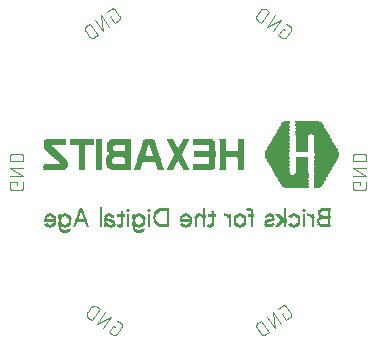
<source format=gbr>
G04 EAGLE Gerber RS-274X export*
G75*
%MOMM*%
%FSLAX34Y34*%
%LPD*%
%INSilkscreen Bottom*%
%IPPOS*%
%AMOC8*
5,1,8,0,0,1.08239X$1,22.5*%
G01*
%ADD10C,0.101600*%
%ADD11R,0.345438X0.020319*%
%ADD12R,1.950719X0.020319*%
%ADD13R,0.467356X0.020319*%
%ADD14R,2.072637X0.020319*%
%ADD15R,0.508000X0.020319*%
%ADD16R,2.113281X0.020319*%
%ADD17R,0.528319X0.020319*%
%ADD18R,2.133600X0.020319*%
%ADD19R,0.568956X0.020319*%
%ADD20R,2.174238X0.020319*%
%ADD21R,0.589275X0.020319*%
%ADD22R,2.194556X0.020319*%
%ADD23R,0.609600X0.020319*%
%ADD24R,2.214881X0.020319*%
%ADD25R,0.629919X0.020319*%
%ADD26R,2.235200X0.020319*%
%ADD27R,0.650238X0.020319*%
%ADD28R,2.255519X0.020319*%
%ADD29R,0.670556X0.020319*%
%ADD30R,2.275838X0.020319*%
%ADD31R,0.690875X0.020319*%
%ADD32R,2.296156X0.020319*%
%ADD33R,2.316481X0.020319*%
%ADD34R,0.711200X0.020319*%
%ADD35R,2.336800X0.020319*%
%ADD36R,0.731519X0.020319*%
%ADD37R,0.751838X0.020319*%
%ADD38R,2.357119X0.020319*%
%ADD39R,0.772156X0.020319*%
%ADD40R,2.377438X0.020319*%
%ADD41R,0.792475X0.020319*%
%ADD42R,2.397756X0.020319*%
%ADD43R,2.418081X0.020319*%
%ADD44R,0.812800X0.020319*%
%ADD45R,0.833119X0.020319*%
%ADD46R,2.438400X0.020319*%
%ADD47R,2.458719X0.020319*%
%ADD48R,0.853438X0.020319*%
%ADD49R,0.894081X0.020319*%
%ADD50R,2.479038X0.020319*%
%ADD51R,2.499356X0.020319*%
%ADD52R,0.914400X0.020319*%
%ADD53R,0.934719X0.020319*%
%ADD54R,2.519681X0.020319*%
%ADD55R,0.955038X0.020319*%
%ADD56R,2.540000X0.020319*%
%ADD57R,0.975363X0.020319*%
%ADD58R,2.560319X0.020319*%
%ADD59R,2.580637X0.020319*%
%ADD60R,0.995681X0.020319*%
%ADD61R,2.600956X0.020319*%
%ADD62R,1.016000X0.020319*%
%ADD63R,2.621281X0.020319*%
%ADD64R,1.036319X0.020319*%
%ADD65R,2.641600X0.020319*%
%ADD66R,1.056638X0.020319*%
%ADD67R,2.661919X0.020319*%
%ADD68R,1.076963X0.020319*%
%ADD69R,1.097281X0.020319*%
%ADD70R,1.117600X0.020319*%
%ADD71R,2.682238X0.020319*%
%ADD72R,2.702556X0.020319*%
%ADD73R,1.137919X0.020319*%
%ADD74R,2.722881X0.020319*%
%ADD75R,2.743200X0.020319*%
%ADD76R,1.158238X0.020319*%
%ADD77R,1.280156X0.020319*%
%ADD78R,1.341119X0.020319*%
%ADD79R,1.178556X0.020319*%
%ADD80R,1.259838X0.020319*%
%ADD81R,1.219200X0.020319*%
%ADD82R,1.300481X0.020319*%
%ADD83R,1.300475X0.020319*%
%ADD84R,1.198875X0.020319*%
%ADD85R,1.239519X0.020319*%
%ADD86R,1.076956X0.020319*%
%ADD87R,1.320800X0.020319*%
%ADD88R,1.361438X0.020319*%
%ADD89R,1.381756X0.020319*%
%ADD90R,1.402075X0.020319*%
%ADD91R,1.422400X0.020319*%
%ADD92R,1.564638X0.020319*%
%ADD93R,0.548638X0.020319*%
%ADD94R,1.544319X0.020319*%
%ADD95R,1.666238X0.020319*%
%ADD96R,1.645919X0.020319*%
%ADD97R,1.747519X0.020319*%
%ADD98R,1.442719X0.020319*%
%ADD99R,1.686556X0.020319*%
%ADD100R,1.727200X0.020319*%
%ADD101R,1.808475X0.020319*%
%ADD102R,1.463037X0.020319*%
%ADD103R,1.706875X0.020319*%
%ADD104R,0.568963X0.020319*%
%ADD105R,1.828800X0.020319*%
%ADD106R,1.788156X0.020319*%
%ADD107R,1.849119X0.020319*%
%ADD108R,1.483356X0.020319*%
%ADD109R,0.589281X0.020319*%
%ADD110R,1.889756X0.020319*%
%ADD111R,1.767838X0.020319*%
%ADD112R,1.910075X0.020319*%
%ADD113R,1.503675X0.020319*%
%ADD114R,1.930400X0.020319*%
%ADD115R,1.524000X0.020319*%
%ADD116R,1.971037X0.020319*%
%ADD117R,1.991356X0.020319*%
%ADD118R,1.869438X0.020319*%
%ADD119R,1.584956X0.020319*%
%ADD120R,2.011675X0.020319*%
%ADD121R,1.605275X0.020319*%
%ADD122R,2.032000X0.020319*%
%ADD123R,1.625600X0.020319*%
%ADD124R,2.052319X0.020319*%
%ADD125R,0.690881X0.020319*%
%ADD126R,2.092956X0.020319*%
%ADD127R,0.772163X0.020319*%
%ADD128R,2.011681X0.020319*%
%ADD129R,1.910081X0.020319*%
%ADD130R,0.873756X0.020319*%
%ADD131R,1.889763X0.020319*%
%ADD132R,0.670563X0.020319*%
%ADD133R,1.808481X0.020319*%
%ADD134R,0.792481X0.020319*%
%ADD135R,2.113275X0.020319*%
%ADD136R,0.894075X0.020319*%
%ADD137R,0.487681X0.020319*%
%ADD138R,0.975356X0.020319*%
%ADD139R,1.706881X0.020319*%
%ADD140R,1.503681X0.020319*%
%ADD141R,1.605281X0.020319*%
%ADD142R,0.487675X0.020319*%
%ADD143R,0.447038X0.020319*%
%ADD144R,0.060963X0.020319*%
%ADD145R,1.402081X0.020319*%
%ADD146R,1.280163X0.020319*%
%ADD147R,1.097275X0.020319*%
%ADD148R,2.722875X0.020319*%
%ADD149R,2.621275X0.020319*%
%ADD150R,0.995675X0.020319*%
%ADD151R,2.519675X0.020319*%
%ADD152R,2.418075X0.020319*%
%ADD153R,2.316475X0.020319*%
%ADD154R,2.214875X0.020319*%
%ADD155R,2.153919X0.020319*%
%ADD156R,0.426719X0.020319*%
%ADD157R,0.386075X0.020319*%
%ADD158R,0.132075X0.033019*%
%ADD159R,0.429256X0.033019*%
%ADD160R,0.594356X0.033019*%
%ADD161R,0.693419X0.033019*%
%ADD162R,0.792475X0.033019*%
%ADD163R,0.858519X0.033019*%
%ADD164R,0.363219X0.033019*%
%ADD165R,0.264156X0.033019*%
%ADD166R,0.297175X0.033019*%
%ADD167R,0.264163X0.033019*%
%ADD168R,0.033019X0.033019*%
%ADD169R,0.231138X0.033019*%
%ADD170R,0.198119X0.033019*%
%ADD171R,0.132081X0.033019*%
%ADD172R,0.165100X0.033019*%
%ADD173R,0.396238X0.033019*%
%ADD174R,0.330200X0.033019*%
%ADD175R,0.528319X0.033019*%
%ADD176R,0.561338X0.033019*%
%ADD177R,0.759456X0.033019*%
%ADD178R,0.462275X0.033019*%
%ADD179R,0.924556X0.033019*%
%ADD180R,0.660400X0.033019*%
%ADD181R,0.627381X0.033019*%
%ADD182R,0.495300X0.033019*%
%ADD183R,0.627375X0.033019*%
%ADD184R,0.957581X0.033019*%
%ADD185R,0.726438X0.033019*%
%ADD186R,0.957575X0.033019*%
%ADD187R,0.462281X0.033019*%
%ADD188R,0.990600X0.033019*%
%ADD189R,0.792481X0.033019*%
%ADD190R,0.891538X0.033019*%
%ADD191R,1.023619X0.033019*%
%ADD192R,0.825500X0.033019*%
%ADD193R,0.066037X0.033019*%
%ADD194R,1.056638X0.033019*%
%ADD195R,0.297181X0.033019*%
%ADD196R,0.099056X0.033019*%
%ADD197R,0.099063X0.033019*%
%ADD198R,1.089662X0.033019*%
%ADD199R,0.594363X0.033019*%
%ADD200R,0.429263X0.033019*%


D10*
X428096Y466183D02*
X426501Y467300D01*
X422778Y461983D01*
X425968Y459749D01*
X426051Y459694D01*
X426135Y459642D01*
X426222Y459593D01*
X426310Y459547D01*
X426400Y459505D01*
X426492Y459466D01*
X426585Y459431D01*
X426679Y459399D01*
X426774Y459371D01*
X426871Y459347D01*
X426968Y459326D01*
X427066Y459310D01*
X427165Y459296D01*
X427264Y459287D01*
X427363Y459282D01*
X427463Y459280D01*
X427562Y459282D01*
X427661Y459288D01*
X427760Y459298D01*
X427859Y459311D01*
X427957Y459329D01*
X428054Y459350D01*
X428150Y459374D01*
X428246Y459403D01*
X428340Y459435D01*
X428433Y459470D01*
X428524Y459509D01*
X428614Y459552D01*
X428702Y459598D01*
X428788Y459647D01*
X428873Y459700D01*
X428955Y459756D01*
X429035Y459815D01*
X429113Y459877D01*
X429188Y459942D01*
X429261Y460009D01*
X429331Y460080D01*
X429399Y460153D01*
X429463Y460229D01*
X429525Y460307D01*
X429584Y460387D01*
X433307Y465704D01*
X433362Y465787D01*
X433414Y465871D01*
X433463Y465958D01*
X433509Y466046D01*
X433551Y466136D01*
X433590Y466228D01*
X433625Y466321D01*
X433657Y466415D01*
X433685Y466510D01*
X433709Y466607D01*
X433730Y466704D01*
X433746Y466802D01*
X433760Y466901D01*
X433769Y467000D01*
X433774Y467099D01*
X433776Y467199D01*
X433774Y467298D01*
X433768Y467397D01*
X433758Y467496D01*
X433745Y467595D01*
X433727Y467693D01*
X433706Y467790D01*
X433682Y467886D01*
X433653Y467982D01*
X433621Y468076D01*
X433586Y468169D01*
X433547Y468260D01*
X433504Y468350D01*
X433458Y468438D01*
X433409Y468524D01*
X433356Y468609D01*
X433300Y468691D01*
X433241Y468771D01*
X433179Y468849D01*
X433114Y468924D01*
X433047Y468997D01*
X432976Y469067D01*
X432903Y469135D01*
X432827Y469199D01*
X432749Y469261D01*
X432669Y469320D01*
X432670Y469320D02*
X429479Y471554D01*
X424810Y474824D02*
X418108Y465253D01*
X412791Y468976D02*
X424810Y474824D01*
X419492Y478547D02*
X412791Y468976D01*
X408121Y472246D02*
X414822Y481817D01*
X412164Y483678D01*
X412164Y483679D02*
X412070Y483742D01*
X411974Y483802D01*
X411876Y483859D01*
X411776Y483912D01*
X411674Y483962D01*
X411570Y484008D01*
X411465Y484050D01*
X411359Y484089D01*
X411251Y484124D01*
X411142Y484155D01*
X411032Y484183D01*
X410921Y484206D01*
X410810Y484226D01*
X410698Y484242D01*
X410585Y484254D01*
X410472Y484262D01*
X410359Y484266D01*
X410245Y484266D01*
X410132Y484262D01*
X410019Y484254D01*
X409906Y484242D01*
X409794Y484226D01*
X409683Y484206D01*
X409572Y484183D01*
X409462Y484155D01*
X409353Y484124D01*
X409245Y484089D01*
X409139Y484050D01*
X409034Y484008D01*
X408930Y483962D01*
X408828Y483912D01*
X408728Y483859D01*
X408630Y483802D01*
X408534Y483742D01*
X408440Y483679D01*
X408349Y483612D01*
X408259Y483543D01*
X408172Y483470D01*
X408088Y483394D01*
X408007Y483315D01*
X407928Y483234D01*
X407852Y483150D01*
X407779Y483063D01*
X407710Y482974D01*
X407643Y482882D01*
X407644Y482881D02*
X404665Y478628D01*
X404602Y478534D01*
X404542Y478438D01*
X404485Y478340D01*
X404432Y478240D01*
X404382Y478138D01*
X404336Y478034D01*
X404294Y477929D01*
X404255Y477823D01*
X404220Y477715D01*
X404189Y477606D01*
X404161Y477496D01*
X404138Y477385D01*
X404118Y477274D01*
X404102Y477162D01*
X404090Y477049D01*
X404082Y476936D01*
X404078Y476823D01*
X404078Y476709D01*
X404082Y476596D01*
X404090Y476483D01*
X404102Y476370D01*
X404118Y476258D01*
X404138Y476147D01*
X404161Y476036D01*
X404189Y475926D01*
X404220Y475817D01*
X404255Y475709D01*
X404294Y475603D01*
X404336Y475498D01*
X404382Y475394D01*
X404432Y475292D01*
X404485Y475192D01*
X404542Y475094D01*
X404602Y474998D01*
X404665Y474904D01*
X404732Y474812D01*
X404801Y474723D01*
X404874Y474636D01*
X404950Y474552D01*
X405029Y474471D01*
X405110Y474392D01*
X405194Y474316D01*
X405281Y474243D01*
X405371Y474174D01*
X405462Y474107D01*
X408121Y472246D01*
X492049Y337254D02*
X492049Y335306D01*
X492049Y337254D02*
X485558Y337254D01*
X485558Y333359D01*
X485560Y333260D01*
X485566Y333160D01*
X485575Y333061D01*
X485588Y332963D01*
X485605Y332865D01*
X485626Y332767D01*
X485651Y332671D01*
X485679Y332576D01*
X485711Y332482D01*
X485746Y332389D01*
X485785Y332297D01*
X485828Y332207D01*
X485873Y332119D01*
X485923Y332032D01*
X485975Y331948D01*
X486031Y331865D01*
X486089Y331785D01*
X486151Y331707D01*
X486216Y331632D01*
X486284Y331559D01*
X486354Y331489D01*
X486427Y331421D01*
X486502Y331356D01*
X486580Y331294D01*
X486660Y331236D01*
X486743Y331180D01*
X486827Y331128D01*
X486914Y331078D01*
X487002Y331033D01*
X487092Y330990D01*
X487184Y330951D01*
X487277Y330916D01*
X487371Y330884D01*
X487466Y330856D01*
X487562Y330831D01*
X487660Y330810D01*
X487758Y330793D01*
X487856Y330780D01*
X487955Y330771D01*
X488055Y330765D01*
X488154Y330763D01*
X494646Y330763D01*
X494745Y330765D01*
X494845Y330771D01*
X494944Y330780D01*
X495042Y330793D01*
X495140Y330810D01*
X495238Y330831D01*
X495334Y330856D01*
X495429Y330884D01*
X495523Y330916D01*
X495616Y330951D01*
X495708Y330990D01*
X495798Y331033D01*
X495886Y331078D01*
X495973Y331128D01*
X496057Y331180D01*
X496140Y331236D01*
X496220Y331294D01*
X496298Y331356D01*
X496373Y331421D01*
X496446Y331489D01*
X496516Y331559D01*
X496584Y331632D01*
X496649Y331707D01*
X496711Y331785D01*
X496769Y331865D01*
X496825Y331948D01*
X496877Y332032D01*
X496927Y332119D01*
X496972Y332207D01*
X497015Y332297D01*
X497054Y332389D01*
X497089Y332481D01*
X497121Y332576D01*
X497149Y332671D01*
X497174Y332767D01*
X497195Y332865D01*
X497212Y332963D01*
X497225Y333061D01*
X497234Y333160D01*
X497240Y333260D01*
X497242Y333359D01*
X497242Y337254D01*
X497242Y342954D02*
X485558Y342954D01*
X485558Y349446D02*
X497242Y342954D01*
X497242Y349446D02*
X485558Y349446D01*
X485558Y355146D02*
X497242Y355146D01*
X497242Y358392D01*
X497240Y358505D01*
X497234Y358618D01*
X497224Y358731D01*
X497210Y358844D01*
X497193Y358956D01*
X497171Y359067D01*
X497146Y359177D01*
X497116Y359287D01*
X497083Y359395D01*
X497046Y359502D01*
X497006Y359608D01*
X496961Y359712D01*
X496913Y359815D01*
X496862Y359916D01*
X496807Y360015D01*
X496749Y360112D01*
X496687Y360207D01*
X496622Y360300D01*
X496554Y360390D01*
X496483Y360478D01*
X496408Y360564D01*
X496331Y360647D01*
X496251Y360727D01*
X496168Y360804D01*
X496082Y360879D01*
X495994Y360950D01*
X495904Y361018D01*
X495811Y361083D01*
X495716Y361145D01*
X495619Y361203D01*
X495520Y361258D01*
X495419Y361309D01*
X495316Y361357D01*
X495212Y361402D01*
X495106Y361442D01*
X494999Y361479D01*
X494891Y361512D01*
X494781Y361542D01*
X494671Y361567D01*
X494560Y361589D01*
X494448Y361606D01*
X494335Y361620D01*
X494222Y361630D01*
X494109Y361636D01*
X493996Y361638D01*
X488804Y361638D01*
X488691Y361636D01*
X488578Y361630D01*
X488465Y361620D01*
X488352Y361606D01*
X488240Y361589D01*
X488129Y361567D01*
X488019Y361542D01*
X487909Y361512D01*
X487801Y361479D01*
X487694Y361442D01*
X487588Y361402D01*
X487484Y361357D01*
X487381Y361309D01*
X487280Y361258D01*
X487181Y361203D01*
X487084Y361145D01*
X486989Y361083D01*
X486896Y361018D01*
X486806Y360950D01*
X486718Y360879D01*
X486632Y360804D01*
X486549Y360727D01*
X486469Y360647D01*
X486392Y360564D01*
X486317Y360478D01*
X486246Y360390D01*
X486178Y360300D01*
X486113Y360207D01*
X486051Y360112D01*
X485993Y360015D01*
X485938Y359916D01*
X485887Y359815D01*
X485839Y359712D01*
X485794Y359608D01*
X485754Y359502D01*
X485717Y359395D01*
X485684Y359287D01*
X485654Y359177D01*
X485629Y359067D01*
X485607Y358956D01*
X485590Y358844D01*
X485576Y358731D01*
X485566Y358618D01*
X485560Y358505D01*
X485558Y358392D01*
X485558Y355146D01*
X427351Y227280D02*
X425756Y226163D01*
X429479Y220846D01*
X432670Y223080D01*
X432669Y223080D02*
X432749Y223139D01*
X432827Y223201D01*
X432903Y223265D01*
X432976Y223333D01*
X433047Y223403D01*
X433114Y223476D01*
X433179Y223551D01*
X433241Y223629D01*
X433300Y223709D01*
X433356Y223791D01*
X433409Y223876D01*
X433458Y223962D01*
X433504Y224050D01*
X433547Y224140D01*
X433586Y224231D01*
X433621Y224324D01*
X433653Y224418D01*
X433682Y224514D01*
X433706Y224610D01*
X433727Y224707D01*
X433745Y224805D01*
X433758Y224904D01*
X433768Y225003D01*
X433774Y225102D01*
X433776Y225201D01*
X433774Y225301D01*
X433769Y225400D01*
X433759Y225499D01*
X433746Y225598D01*
X433730Y225696D01*
X433709Y225793D01*
X433685Y225890D01*
X433657Y225985D01*
X433625Y226079D01*
X433590Y226172D01*
X433551Y226264D01*
X433509Y226354D01*
X433463Y226442D01*
X433414Y226529D01*
X433362Y226613D01*
X433307Y226696D01*
X429584Y232013D01*
X429525Y232093D01*
X429463Y232171D01*
X429399Y232247D01*
X429331Y232320D01*
X429261Y232391D01*
X429188Y232458D01*
X429113Y232523D01*
X429035Y232585D01*
X428955Y232644D01*
X428873Y232700D01*
X428788Y232753D01*
X428702Y232802D01*
X428614Y232848D01*
X428524Y232891D01*
X428433Y232930D01*
X428340Y232965D01*
X428246Y232997D01*
X428150Y233026D01*
X428054Y233050D01*
X427957Y233071D01*
X427859Y233089D01*
X427760Y233102D01*
X427661Y233112D01*
X427562Y233118D01*
X427463Y233120D01*
X427363Y233118D01*
X427264Y233113D01*
X427165Y233104D01*
X427066Y233090D01*
X426968Y233074D01*
X426871Y233053D01*
X426774Y233029D01*
X426679Y233001D01*
X426585Y232969D01*
X426492Y232934D01*
X426400Y232895D01*
X426310Y232853D01*
X426222Y232807D01*
X426135Y232758D01*
X426051Y232706D01*
X425968Y232651D01*
X422778Y230417D01*
X418108Y227147D02*
X424809Y217576D01*
X419492Y213853D02*
X418108Y227147D01*
X412791Y223424D02*
X419492Y213853D01*
X414822Y210583D02*
X408121Y220154D01*
X405462Y218292D01*
X405462Y218293D02*
X405371Y218226D01*
X405281Y218157D01*
X405194Y218084D01*
X405110Y218008D01*
X405029Y217929D01*
X404950Y217848D01*
X404874Y217764D01*
X404801Y217677D01*
X404732Y217588D01*
X404665Y217496D01*
X404602Y217402D01*
X404542Y217306D01*
X404485Y217208D01*
X404432Y217108D01*
X404382Y217006D01*
X404336Y216902D01*
X404294Y216797D01*
X404255Y216691D01*
X404220Y216583D01*
X404189Y216474D01*
X404161Y216364D01*
X404138Y216253D01*
X404118Y216142D01*
X404102Y216030D01*
X404090Y215917D01*
X404082Y215804D01*
X404078Y215691D01*
X404078Y215577D01*
X404082Y215464D01*
X404090Y215351D01*
X404102Y215238D01*
X404118Y215126D01*
X404138Y215015D01*
X404161Y214904D01*
X404189Y214794D01*
X404220Y214685D01*
X404255Y214577D01*
X404294Y214471D01*
X404336Y214366D01*
X404382Y214262D01*
X404432Y214160D01*
X404485Y214060D01*
X404542Y213962D01*
X404602Y213866D01*
X404665Y213772D01*
X407644Y209518D01*
X407643Y209518D02*
X407710Y209427D01*
X407779Y209337D01*
X407852Y209250D01*
X407928Y209166D01*
X408007Y209085D01*
X408088Y209006D01*
X408172Y208930D01*
X408259Y208857D01*
X408349Y208788D01*
X408440Y208721D01*
X408534Y208658D01*
X408630Y208598D01*
X408728Y208541D01*
X408828Y208488D01*
X408930Y208438D01*
X409034Y208392D01*
X409139Y208350D01*
X409245Y208311D01*
X409353Y208276D01*
X409462Y208245D01*
X409572Y208217D01*
X409683Y208194D01*
X409794Y208174D01*
X409906Y208158D01*
X410019Y208146D01*
X410132Y208138D01*
X410245Y208134D01*
X410359Y208134D01*
X410472Y208138D01*
X410585Y208146D01*
X410698Y208158D01*
X410810Y208174D01*
X410921Y208194D01*
X411032Y208217D01*
X411142Y208245D01*
X411251Y208276D01*
X411359Y208311D01*
X411465Y208350D01*
X411570Y208392D01*
X411674Y208438D01*
X411776Y208488D01*
X411876Y208541D01*
X411974Y208598D01*
X412070Y208658D01*
X412164Y208721D01*
X414822Y210583D01*
X201649Y335306D02*
X201649Y337254D01*
X195158Y337254D01*
X195158Y333359D01*
X195160Y333260D01*
X195166Y333160D01*
X195175Y333061D01*
X195188Y332963D01*
X195205Y332865D01*
X195226Y332767D01*
X195251Y332671D01*
X195279Y332576D01*
X195311Y332482D01*
X195346Y332389D01*
X195385Y332297D01*
X195428Y332207D01*
X195473Y332119D01*
X195523Y332032D01*
X195575Y331948D01*
X195631Y331865D01*
X195689Y331785D01*
X195751Y331707D01*
X195816Y331632D01*
X195884Y331559D01*
X195954Y331489D01*
X196027Y331421D01*
X196102Y331356D01*
X196180Y331294D01*
X196260Y331236D01*
X196343Y331180D01*
X196427Y331128D01*
X196514Y331078D01*
X196602Y331033D01*
X196692Y330990D01*
X196784Y330951D01*
X196877Y330916D01*
X196971Y330884D01*
X197066Y330856D01*
X197162Y330831D01*
X197260Y330810D01*
X197358Y330793D01*
X197456Y330780D01*
X197555Y330771D01*
X197655Y330765D01*
X197754Y330763D01*
X204246Y330763D01*
X204345Y330765D01*
X204445Y330771D01*
X204544Y330780D01*
X204642Y330793D01*
X204740Y330810D01*
X204838Y330831D01*
X204934Y330856D01*
X205029Y330884D01*
X205123Y330916D01*
X205216Y330951D01*
X205308Y330990D01*
X205398Y331033D01*
X205486Y331078D01*
X205573Y331128D01*
X205657Y331180D01*
X205740Y331236D01*
X205820Y331294D01*
X205898Y331356D01*
X205973Y331421D01*
X206046Y331489D01*
X206116Y331559D01*
X206184Y331632D01*
X206249Y331707D01*
X206311Y331785D01*
X206369Y331865D01*
X206425Y331948D01*
X206477Y332032D01*
X206527Y332119D01*
X206572Y332207D01*
X206615Y332297D01*
X206654Y332389D01*
X206689Y332481D01*
X206721Y332576D01*
X206749Y332671D01*
X206774Y332767D01*
X206795Y332865D01*
X206812Y332963D01*
X206825Y333061D01*
X206834Y333160D01*
X206840Y333260D01*
X206842Y333359D01*
X206842Y337254D01*
X206842Y342954D02*
X195158Y342954D01*
X195158Y349446D02*
X206842Y342954D01*
X206842Y349446D02*
X195158Y349446D01*
X195158Y355146D02*
X206842Y355146D01*
X206842Y358392D01*
X206840Y358505D01*
X206834Y358618D01*
X206824Y358731D01*
X206810Y358844D01*
X206793Y358956D01*
X206771Y359067D01*
X206746Y359177D01*
X206716Y359287D01*
X206683Y359395D01*
X206646Y359502D01*
X206606Y359608D01*
X206561Y359712D01*
X206513Y359815D01*
X206462Y359916D01*
X206407Y360015D01*
X206349Y360112D01*
X206287Y360207D01*
X206222Y360300D01*
X206154Y360390D01*
X206083Y360478D01*
X206008Y360564D01*
X205931Y360647D01*
X205851Y360727D01*
X205768Y360804D01*
X205682Y360879D01*
X205594Y360950D01*
X205504Y361018D01*
X205411Y361083D01*
X205316Y361145D01*
X205219Y361203D01*
X205120Y361258D01*
X205019Y361309D01*
X204916Y361357D01*
X204812Y361402D01*
X204706Y361442D01*
X204599Y361479D01*
X204491Y361512D01*
X204381Y361542D01*
X204271Y361567D01*
X204160Y361589D01*
X204048Y361606D01*
X203935Y361620D01*
X203822Y361630D01*
X203709Y361636D01*
X203596Y361638D01*
X198404Y361638D01*
X198291Y361636D01*
X198178Y361630D01*
X198065Y361620D01*
X197952Y361606D01*
X197840Y361589D01*
X197729Y361567D01*
X197619Y361542D01*
X197509Y361512D01*
X197401Y361479D01*
X197294Y361442D01*
X197188Y361402D01*
X197084Y361357D01*
X196981Y361309D01*
X196880Y361258D01*
X196781Y361203D01*
X196684Y361145D01*
X196589Y361083D01*
X196496Y361018D01*
X196406Y360950D01*
X196318Y360879D01*
X196232Y360804D01*
X196149Y360727D01*
X196069Y360647D01*
X195992Y360564D01*
X195917Y360478D01*
X195846Y360390D01*
X195778Y360300D01*
X195713Y360207D01*
X195651Y360112D01*
X195593Y360015D01*
X195538Y359916D01*
X195487Y359815D01*
X195439Y359712D01*
X195394Y359608D01*
X195354Y359502D01*
X195317Y359395D01*
X195284Y359287D01*
X195254Y359177D01*
X195229Y359067D01*
X195207Y358956D01*
X195190Y358844D01*
X195176Y358731D01*
X195166Y358618D01*
X195160Y358505D01*
X195158Y358392D01*
X195158Y355146D01*
X280556Y477563D02*
X282151Y478680D01*
X280556Y477563D02*
X284279Y472246D01*
X287470Y474480D01*
X287469Y474480D02*
X287549Y474539D01*
X287627Y474601D01*
X287703Y474665D01*
X287776Y474733D01*
X287847Y474803D01*
X287914Y474876D01*
X287979Y474951D01*
X288041Y475029D01*
X288100Y475109D01*
X288156Y475191D01*
X288209Y475276D01*
X288258Y475362D01*
X288304Y475450D01*
X288347Y475540D01*
X288386Y475631D01*
X288421Y475724D01*
X288453Y475818D01*
X288482Y475914D01*
X288506Y476010D01*
X288527Y476107D01*
X288545Y476205D01*
X288558Y476304D01*
X288568Y476403D01*
X288574Y476502D01*
X288576Y476601D01*
X288574Y476701D01*
X288569Y476800D01*
X288559Y476899D01*
X288546Y476998D01*
X288530Y477096D01*
X288509Y477193D01*
X288485Y477290D01*
X288457Y477385D01*
X288425Y477479D01*
X288390Y477572D01*
X288351Y477664D01*
X288309Y477754D01*
X288263Y477842D01*
X288214Y477929D01*
X288162Y478013D01*
X288107Y478096D01*
X284384Y483413D01*
X284325Y483493D01*
X284263Y483571D01*
X284199Y483647D01*
X284131Y483720D01*
X284061Y483791D01*
X283988Y483858D01*
X283913Y483923D01*
X283835Y483985D01*
X283755Y484044D01*
X283673Y484100D01*
X283588Y484153D01*
X283502Y484202D01*
X283414Y484248D01*
X283324Y484291D01*
X283233Y484330D01*
X283140Y484365D01*
X283046Y484397D01*
X282950Y484426D01*
X282854Y484450D01*
X282757Y484471D01*
X282659Y484489D01*
X282560Y484502D01*
X282461Y484512D01*
X282362Y484518D01*
X282263Y484520D01*
X282163Y484518D01*
X282064Y484513D01*
X281965Y484504D01*
X281866Y484490D01*
X281768Y484474D01*
X281671Y484453D01*
X281574Y484429D01*
X281479Y484401D01*
X281385Y484369D01*
X281292Y484334D01*
X281200Y484295D01*
X281110Y484253D01*
X281022Y484207D01*
X280935Y484158D01*
X280851Y484106D01*
X280768Y484051D01*
X277578Y481817D01*
X272908Y478547D02*
X279609Y468976D01*
X274292Y465253D02*
X272908Y478547D01*
X267591Y474824D02*
X274292Y465253D01*
X269622Y461983D02*
X262921Y471554D01*
X260262Y469692D01*
X260262Y469693D02*
X260171Y469626D01*
X260081Y469557D01*
X259994Y469484D01*
X259910Y469408D01*
X259829Y469329D01*
X259750Y469248D01*
X259674Y469164D01*
X259601Y469077D01*
X259532Y468988D01*
X259465Y468896D01*
X259402Y468802D01*
X259342Y468706D01*
X259285Y468608D01*
X259232Y468508D01*
X259182Y468406D01*
X259136Y468302D01*
X259094Y468197D01*
X259055Y468091D01*
X259020Y467983D01*
X258989Y467874D01*
X258961Y467764D01*
X258938Y467653D01*
X258918Y467542D01*
X258902Y467430D01*
X258890Y467317D01*
X258882Y467204D01*
X258878Y467091D01*
X258878Y466977D01*
X258882Y466864D01*
X258890Y466751D01*
X258902Y466638D01*
X258918Y466526D01*
X258938Y466415D01*
X258961Y466304D01*
X258989Y466194D01*
X259020Y466085D01*
X259055Y465977D01*
X259094Y465871D01*
X259136Y465766D01*
X259182Y465662D01*
X259232Y465560D01*
X259285Y465460D01*
X259342Y465362D01*
X259402Y465266D01*
X259465Y465172D01*
X262444Y460918D01*
X262443Y460918D02*
X262510Y460827D01*
X262579Y460737D01*
X262652Y460650D01*
X262728Y460566D01*
X262807Y460485D01*
X262888Y460406D01*
X262972Y460330D01*
X263059Y460257D01*
X263149Y460188D01*
X263240Y460121D01*
X263334Y460058D01*
X263430Y459998D01*
X263528Y459941D01*
X263628Y459888D01*
X263730Y459838D01*
X263834Y459792D01*
X263939Y459750D01*
X264045Y459711D01*
X264153Y459676D01*
X264262Y459645D01*
X264372Y459617D01*
X264483Y459594D01*
X264594Y459574D01*
X264706Y459558D01*
X264819Y459546D01*
X264932Y459538D01*
X265045Y459534D01*
X265159Y459534D01*
X265272Y459538D01*
X265385Y459546D01*
X265498Y459558D01*
X265610Y459574D01*
X265721Y459594D01*
X265832Y459617D01*
X265942Y459645D01*
X266051Y459676D01*
X266159Y459711D01*
X266265Y459750D01*
X266370Y459792D01*
X266474Y459838D01*
X266576Y459888D01*
X266676Y459941D01*
X266774Y459998D01*
X266870Y460058D01*
X266964Y460121D01*
X269622Y461983D01*
X282991Y215840D02*
X284586Y214723D01*
X282991Y215840D02*
X279268Y210523D01*
X282458Y208289D01*
X282541Y208234D01*
X282625Y208182D01*
X282712Y208133D01*
X282800Y208087D01*
X282890Y208045D01*
X282982Y208006D01*
X283075Y207971D01*
X283169Y207939D01*
X283264Y207911D01*
X283361Y207887D01*
X283458Y207866D01*
X283556Y207850D01*
X283655Y207836D01*
X283754Y207827D01*
X283853Y207822D01*
X283953Y207820D01*
X284052Y207822D01*
X284151Y207828D01*
X284250Y207838D01*
X284349Y207851D01*
X284447Y207869D01*
X284544Y207890D01*
X284640Y207914D01*
X284736Y207943D01*
X284830Y207975D01*
X284923Y208010D01*
X285014Y208049D01*
X285104Y208092D01*
X285192Y208138D01*
X285278Y208187D01*
X285363Y208240D01*
X285445Y208296D01*
X285525Y208355D01*
X285603Y208417D01*
X285678Y208482D01*
X285751Y208549D01*
X285821Y208620D01*
X285889Y208693D01*
X285953Y208769D01*
X286015Y208847D01*
X286074Y208927D01*
X289797Y214244D01*
X289852Y214327D01*
X289904Y214411D01*
X289953Y214498D01*
X289999Y214586D01*
X290041Y214676D01*
X290080Y214768D01*
X290115Y214861D01*
X290147Y214955D01*
X290175Y215050D01*
X290199Y215147D01*
X290220Y215244D01*
X290236Y215342D01*
X290250Y215441D01*
X290259Y215540D01*
X290264Y215639D01*
X290266Y215739D01*
X290264Y215838D01*
X290258Y215937D01*
X290248Y216036D01*
X290235Y216135D01*
X290217Y216233D01*
X290196Y216330D01*
X290172Y216426D01*
X290143Y216522D01*
X290111Y216616D01*
X290076Y216709D01*
X290037Y216800D01*
X289994Y216890D01*
X289948Y216978D01*
X289899Y217064D01*
X289846Y217149D01*
X289790Y217231D01*
X289731Y217311D01*
X289669Y217389D01*
X289604Y217464D01*
X289537Y217537D01*
X289466Y217607D01*
X289393Y217675D01*
X289317Y217739D01*
X289239Y217801D01*
X289159Y217860D01*
X289160Y217860D02*
X285969Y220094D01*
X281300Y223364D02*
X274598Y213793D01*
X269281Y217516D02*
X281300Y223364D01*
X275982Y227087D02*
X269281Y217516D01*
X264611Y220786D02*
X271312Y230357D01*
X268654Y232218D01*
X268654Y232219D02*
X268560Y232282D01*
X268464Y232342D01*
X268366Y232399D01*
X268266Y232452D01*
X268164Y232502D01*
X268060Y232548D01*
X267955Y232590D01*
X267849Y232629D01*
X267741Y232664D01*
X267632Y232695D01*
X267522Y232723D01*
X267411Y232746D01*
X267300Y232766D01*
X267188Y232782D01*
X267075Y232794D01*
X266962Y232802D01*
X266849Y232806D01*
X266735Y232806D01*
X266622Y232802D01*
X266509Y232794D01*
X266396Y232782D01*
X266284Y232766D01*
X266173Y232746D01*
X266062Y232723D01*
X265952Y232695D01*
X265843Y232664D01*
X265735Y232629D01*
X265629Y232590D01*
X265524Y232548D01*
X265420Y232502D01*
X265318Y232452D01*
X265218Y232399D01*
X265120Y232342D01*
X265024Y232282D01*
X264930Y232219D01*
X264839Y232152D01*
X264749Y232083D01*
X264662Y232010D01*
X264578Y231934D01*
X264497Y231855D01*
X264418Y231774D01*
X264342Y231690D01*
X264269Y231603D01*
X264200Y231514D01*
X264133Y231422D01*
X264134Y231421D02*
X261155Y227168D01*
X261092Y227074D01*
X261032Y226978D01*
X260975Y226880D01*
X260922Y226780D01*
X260872Y226678D01*
X260826Y226574D01*
X260784Y226469D01*
X260745Y226363D01*
X260710Y226255D01*
X260679Y226146D01*
X260651Y226036D01*
X260628Y225925D01*
X260608Y225814D01*
X260592Y225702D01*
X260580Y225589D01*
X260572Y225476D01*
X260568Y225363D01*
X260568Y225249D01*
X260572Y225136D01*
X260580Y225023D01*
X260592Y224910D01*
X260608Y224798D01*
X260628Y224687D01*
X260651Y224576D01*
X260679Y224466D01*
X260710Y224357D01*
X260745Y224249D01*
X260784Y224143D01*
X260826Y224038D01*
X260872Y223934D01*
X260922Y223832D01*
X260975Y223732D01*
X261032Y223634D01*
X261092Y223538D01*
X261155Y223444D01*
X261222Y223352D01*
X261291Y223263D01*
X261364Y223176D01*
X261440Y223092D01*
X261519Y223011D01*
X261600Y222932D01*
X261684Y222856D01*
X261771Y222783D01*
X261861Y222714D01*
X261952Y222647D01*
X264611Y220786D01*
D11*
X454965Y332397D03*
D12*
X438201Y332397D03*
D13*
X455574Y332600D03*
D14*
X437794Y332600D03*
D15*
X455778Y332803D03*
D16*
X437591Y332803D03*
D17*
X455879Y333007D03*
D18*
X437490Y333007D03*
D19*
X456082Y333210D03*
D20*
X437286Y333210D03*
D21*
X456184Y333413D03*
D22*
X437185Y333413D03*
D23*
X456286Y333616D03*
D24*
X437083Y333616D03*
D25*
X456387Y333819D03*
D26*
X436982Y333819D03*
D27*
X456489Y334023D03*
D28*
X436880Y334023D03*
D29*
X456590Y334226D03*
D30*
X436778Y334226D03*
D29*
X456590Y334429D03*
D30*
X436778Y334429D03*
D31*
X456692Y334632D03*
D32*
X436677Y334632D03*
D31*
X456692Y334835D03*
D32*
X436677Y334835D03*
D31*
X456692Y335039D03*
D33*
X436575Y335039D03*
D34*
X456794Y335242D03*
D35*
X436474Y335242D03*
D36*
X456895Y335445D03*
D35*
X436474Y335445D03*
D37*
X456997Y335648D03*
D38*
X436372Y335648D03*
D37*
X456997Y335851D03*
D38*
X436372Y335851D03*
D39*
X457098Y336055D03*
D40*
X436270Y336055D03*
D39*
X457098Y336258D03*
D40*
X436270Y336258D03*
D41*
X457200Y336461D03*
D42*
X436169Y336461D03*
D41*
X457200Y336664D03*
D43*
X436067Y336664D03*
D44*
X457302Y336867D03*
D43*
X436067Y336867D03*
D45*
X457403Y337071D03*
D46*
X435966Y337071D03*
D45*
X457403Y337274D03*
D47*
X435864Y337274D03*
D48*
X457505Y337477D03*
D47*
X435864Y337477D03*
D48*
X457505Y337680D03*
D47*
X435864Y337680D03*
D49*
X457505Y337883D03*
D50*
X435762Y337883D03*
D49*
X457505Y338087D03*
D51*
X435661Y338087D03*
D52*
X457606Y338290D03*
D51*
X435661Y338290D03*
D53*
X457708Y338493D03*
D54*
X435559Y338493D03*
D55*
X457810Y338696D03*
D54*
X435559Y338696D03*
D55*
X457810Y338899D03*
D56*
X435458Y338899D03*
D57*
X457911Y339103D03*
D56*
X435458Y339103D03*
D57*
X457911Y339306D03*
D58*
X435356Y339306D03*
D57*
X457911Y339509D03*
D59*
X435254Y339509D03*
D60*
X458013Y339712D03*
D59*
X435254Y339712D03*
D60*
X458013Y339915D03*
D61*
X435153Y339915D03*
D62*
X458114Y340119D03*
D63*
X435051Y340119D03*
D64*
X458216Y340322D03*
D63*
X435051Y340322D03*
D64*
X458216Y340525D03*
D65*
X434950Y340525D03*
D66*
X458318Y340728D03*
D65*
X434950Y340728D03*
D66*
X458318Y340931D03*
D67*
X434848Y340931D03*
D68*
X458419Y341135D03*
D67*
X434848Y341135D03*
D69*
X458521Y341338D03*
D67*
X434848Y341338D03*
D70*
X458622Y341541D03*
D71*
X434746Y341541D03*
D70*
X458622Y341744D03*
D72*
X434645Y341744D03*
D73*
X458724Y341947D03*
D72*
X434645Y341947D03*
D73*
X458724Y342151D03*
D74*
X434543Y342151D03*
D73*
X458927Y342354D03*
D74*
X434543Y342354D03*
D73*
X458927Y342557D03*
D75*
X434442Y342557D03*
D76*
X459029Y342760D03*
D77*
X441757Y342760D03*
D78*
X427228Y342760D03*
D79*
X459130Y342963D03*
D80*
X441858Y342963D03*
D78*
X427025Y342963D03*
D79*
X459130Y343167D03*
D81*
X442062Y343167D03*
D82*
X426822Y343167D03*
D79*
X459130Y343370D03*
X442265Y343370D03*
D83*
X426618Y343370D03*
D84*
X459232Y343573D03*
D76*
X442366Y343573D03*
D77*
X426517Y343573D03*
D84*
X459232Y343776D03*
D73*
X442468Y343776D03*
D77*
X426314Y343776D03*
D81*
X459334Y343979D03*
D73*
X442468Y343979D03*
D80*
X426212Y343979D03*
D81*
X459334Y344183D03*
D70*
X442570Y344183D03*
D77*
X426110Y344183D03*
D85*
X459435Y344386D03*
D70*
X442570Y344386D03*
D80*
X426009Y344386D03*
X459537Y344589D03*
D70*
X442570Y344589D03*
D80*
X425806Y344589D03*
D77*
X459638Y344792D03*
D69*
X442671Y344792D03*
D80*
X425806Y344792D03*
D77*
X459638Y344995D03*
D86*
X442773Y344995D03*
D80*
X425806Y344995D03*
D83*
X459740Y345199D03*
D86*
X442773Y345199D03*
D77*
X425704Y345199D03*
D83*
X459740Y345402D03*
D86*
X442773Y345402D03*
D83*
X425602Y345402D03*
D87*
X459842Y345605D03*
D86*
X442773Y345605D03*
D83*
X425602Y345605D03*
D78*
X459943Y345808D03*
D86*
X442773Y345808D03*
D87*
X425501Y345808D03*
D78*
X459943Y346011D03*
D86*
X442773Y346011D03*
D78*
X425399Y346011D03*
D88*
X460045Y346215D03*
D86*
X442773Y346215D03*
D78*
X425399Y346215D03*
D88*
X460045Y346418D03*
D86*
X442773Y346418D03*
D88*
X425298Y346418D03*
D89*
X460146Y346621D03*
D86*
X442773Y346621D03*
D88*
X425298Y346621D03*
D89*
X460146Y346824D03*
D86*
X442773Y346824D03*
D89*
X425196Y346824D03*
X460146Y347027D03*
D86*
X442773Y347027D03*
D90*
X425094Y347027D03*
X460248Y347231D03*
D86*
X442773Y347231D03*
D90*
X425094Y347231D03*
D91*
X460350Y347434D03*
D86*
X442773Y347434D03*
D91*
X424993Y347434D03*
D17*
X390855Y347434D03*
X375412Y347434D03*
D92*
X358648Y347434D03*
D17*
X344932Y347434D03*
D15*
X330810Y347434D03*
D93*
X323291Y347434D03*
X303378Y347434D03*
D94*
X290271Y347434D03*
D17*
X271170Y347434D03*
X256134Y347434D03*
D95*
X232359Y347434D03*
D91*
X460350Y347637D03*
D86*
X442773Y347637D03*
D91*
X424993Y347637D03*
D17*
X390855Y347637D03*
D93*
X375514Y347637D03*
D96*
X358851Y347637D03*
D17*
X344932Y347637D03*
X330911Y347637D03*
D19*
X323190Y347637D03*
D93*
X303378Y347637D03*
D96*
X289763Y347637D03*
D93*
X271069Y347637D03*
D19*
X256134Y347637D03*
D97*
X232766Y347637D03*
D98*
X460451Y347840D03*
D86*
X442773Y347840D03*
D98*
X424891Y347840D03*
D17*
X390855Y347840D03*
D93*
X375514Y347840D03*
D99*
X359054Y347840D03*
D93*
X344830Y347840D03*
X331013Y347840D03*
D19*
X322986Y347840D03*
D93*
X303378Y347840D03*
D100*
X289357Y347840D03*
D93*
X271069Y347840D03*
D19*
X256134Y347840D03*
D101*
X233070Y347840D03*
D102*
X460553Y348043D03*
D86*
X442773Y348043D03*
D102*
X424790Y348043D03*
D17*
X390855Y348043D03*
D93*
X375514Y348043D03*
D103*
X359156Y348043D03*
D17*
X344729Y348043D03*
D93*
X331216Y348043D03*
X323088Y348043D03*
D104*
X303479Y348043D03*
D97*
X289255Y348043D03*
D93*
X271069Y348043D03*
D19*
X256134Y348043D03*
D105*
X233172Y348043D03*
D102*
X460553Y348247D03*
D86*
X442773Y348247D03*
D102*
X424790Y348247D03*
D17*
X390855Y348247D03*
D93*
X375514Y348247D03*
D100*
X359258Y348247D03*
D93*
X344627Y348247D03*
X331216Y348247D03*
D19*
X322986Y348247D03*
D104*
X303479Y348247D03*
D106*
X289052Y348247D03*
D93*
X271069Y348247D03*
D19*
X256134Y348247D03*
D107*
X233274Y348247D03*
D108*
X460654Y348450D03*
D86*
X442773Y348450D03*
D108*
X424688Y348450D03*
D17*
X390855Y348450D03*
D93*
X375514Y348450D03*
D97*
X359359Y348450D03*
D19*
X344526Y348450D03*
D93*
X331419Y348450D03*
D109*
X322885Y348450D03*
D93*
X303581Y348450D03*
D105*
X288849Y348450D03*
D93*
X271069Y348450D03*
D19*
X256134Y348450D03*
D110*
X233477Y348450D03*
D108*
X460654Y348653D03*
D86*
X442773Y348653D03*
D108*
X424688Y348653D03*
D17*
X390855Y348653D03*
D93*
X375514Y348653D03*
D111*
X359461Y348653D03*
D19*
X344322Y348653D03*
D17*
X331521Y348653D03*
D104*
X322783Y348653D03*
D93*
X303581Y348653D03*
D107*
X288747Y348653D03*
D93*
X271069Y348653D03*
D19*
X256134Y348653D03*
D112*
X233578Y348653D03*
D113*
X460756Y348856D03*
D86*
X442773Y348856D03*
D113*
X424586Y348856D03*
D17*
X390855Y348856D03*
D93*
X375514Y348856D03*
D106*
X359562Y348856D03*
D19*
X344322Y348856D03*
D93*
X331622Y348856D03*
D104*
X322783Y348856D03*
D19*
X303682Y348856D03*
D110*
X288544Y348856D03*
D93*
X271069Y348856D03*
D19*
X256134Y348856D03*
D114*
X233680Y348856D03*
D113*
X460756Y349059D03*
D86*
X442773Y349059D03*
D115*
X424485Y349059D03*
D17*
X390855Y349059D03*
D93*
X375514Y349059D03*
D101*
X359664Y349059D03*
D104*
X344119Y349059D03*
D93*
X331826Y349059D03*
D109*
X322682Y349059D03*
D93*
X303784Y349059D03*
D112*
X288442Y349059D03*
D93*
X271069Y349059D03*
D19*
X256134Y349059D03*
D12*
X233782Y349059D03*
D115*
X460858Y349263D03*
D86*
X442773Y349263D03*
D115*
X424485Y349263D03*
D17*
X390855Y349263D03*
D93*
X375514Y349263D03*
D105*
X359766Y349263D03*
D93*
X344018Y349263D03*
X331826Y349263D03*
D19*
X322580Y349263D03*
D93*
X303784Y349263D03*
D114*
X288341Y349263D03*
D93*
X271069Y349263D03*
D19*
X256134Y349263D03*
D12*
X233782Y349263D03*
D94*
X460959Y349466D03*
D86*
X442773Y349466D03*
D115*
X424485Y349466D03*
D17*
X390855Y349466D03*
D93*
X375514Y349466D03*
D107*
X359867Y349466D03*
D19*
X343916Y349466D03*
D104*
X331927Y349466D03*
D19*
X322580Y349466D03*
X303886Y349466D03*
D12*
X288239Y349466D03*
D93*
X271069Y349466D03*
D19*
X256134Y349466D03*
D116*
X233883Y349466D03*
D94*
X460959Y349669D03*
D86*
X442773Y349669D03*
D94*
X424383Y349669D03*
D17*
X390855Y349669D03*
D93*
X375514Y349669D03*
D107*
X359867Y349669D03*
D93*
X343814Y349669D03*
X332029Y349669D03*
D19*
X322580Y349669D03*
X304089Y349669D03*
D116*
X288138Y349669D03*
D93*
X271069Y349669D03*
D19*
X256134Y349669D03*
D117*
X233985Y349669D03*
D92*
X461061Y349872D03*
D86*
X442773Y349872D03*
D92*
X424282Y349872D03*
D17*
X390855Y349872D03*
D93*
X375514Y349872D03*
D118*
X359969Y349872D03*
D93*
X343814Y349872D03*
D19*
X332130Y349872D03*
X322377Y349872D03*
D93*
X303987Y349872D03*
D116*
X288138Y349872D03*
D93*
X271069Y349872D03*
D19*
X256134Y349872D03*
D117*
X233985Y349872D03*
D92*
X461061Y350075D03*
D86*
X442773Y350075D03*
D92*
X424282Y350075D03*
D17*
X390855Y350075D03*
D93*
X375514Y350075D03*
D118*
X359969Y350075D03*
D93*
X343611Y350075D03*
X332232Y350075D03*
X322275Y350075D03*
D19*
X304089Y350075D03*
D117*
X288036Y350075D03*
D93*
X271069Y350075D03*
D19*
X256134Y350075D03*
D117*
X233985Y350075D03*
D119*
X461162Y350279D03*
D86*
X442773Y350279D03*
D119*
X424180Y350279D03*
D17*
X390855Y350279D03*
D93*
X375514Y350279D03*
D118*
X359969Y350279D03*
D17*
X343510Y350279D03*
D93*
X332232Y350279D03*
X322275Y350279D03*
D21*
X304190Y350279D03*
D120*
X287934Y350279D03*
D93*
X271069Y350279D03*
D19*
X256134Y350279D03*
D120*
X234086Y350279D03*
D121*
X461264Y350482D03*
D86*
X442773Y350482D03*
D119*
X424180Y350482D03*
D17*
X390855Y350482D03*
D93*
X375514Y350482D03*
D110*
X360070Y350482D03*
D93*
X343408Y350482D03*
X332435Y350482D03*
D19*
X322174Y350482D03*
X304292Y350482D03*
D120*
X287934Y350482D03*
D93*
X271069Y350482D03*
D19*
X256134Y350482D03*
D120*
X234086Y350482D03*
D121*
X461264Y350685D03*
D86*
X442773Y350685D03*
D121*
X424078Y350685D03*
D17*
X390855Y350685D03*
D93*
X375514Y350685D03*
D110*
X360070Y350685D03*
D93*
X343205Y350685D03*
X332638Y350685D03*
X322072Y350685D03*
D19*
X304292Y350685D03*
D122*
X287833Y350685D03*
D93*
X271069Y350685D03*
D19*
X256134Y350685D03*
D120*
X234086Y350685D03*
D123*
X461366Y350888D03*
D86*
X442773Y350888D03*
D121*
X424078Y350888D03*
D17*
X390855Y350888D03*
D93*
X375514Y350888D03*
D110*
X360070Y350888D03*
D93*
X343205Y350888D03*
X332638Y350888D03*
X322072Y350888D03*
D109*
X304394Y350888D03*
D122*
X287833Y350888D03*
D93*
X271069Y350888D03*
D19*
X256134Y350888D03*
D120*
X234086Y350888D03*
D96*
X461467Y351091D03*
D86*
X442773Y351091D03*
D123*
X423977Y351091D03*
D17*
X390855Y351091D03*
D93*
X375514Y351091D03*
D110*
X360070Y351091D03*
D93*
X343002Y351091D03*
X332842Y351091D03*
D19*
X321970Y351091D03*
D104*
X304495Y351091D03*
D124*
X287731Y351091D03*
D93*
X271069Y351091D03*
D19*
X256134Y351091D03*
D120*
X234086Y351091D03*
D96*
X461467Y351295D03*
D86*
X442773Y351295D03*
D96*
X423875Y351295D03*
D17*
X390855Y351295D03*
D93*
X375514Y351295D03*
D110*
X360070Y351295D03*
D19*
X342900Y351295D03*
D104*
X332943Y351295D03*
D19*
X321970Y351295D03*
D104*
X304495Y351295D03*
D124*
X287731Y351295D03*
D93*
X271069Y351295D03*
D19*
X256134Y351295D03*
D120*
X234086Y351295D03*
D96*
X461467Y351498D03*
D86*
X442773Y351498D03*
D96*
X423875Y351498D03*
D17*
X390855Y351498D03*
D93*
X375514Y351498D03*
D110*
X360070Y351498D03*
D93*
X342798Y351498D03*
X333045Y351498D03*
X321869Y351498D03*
D104*
X304495Y351498D03*
D14*
X287630Y351498D03*
D93*
X271069Y351498D03*
D19*
X256134Y351498D03*
D120*
X234086Y351498D03*
D95*
X461569Y351701D03*
D86*
X442773Y351701D03*
D95*
X423774Y351701D03*
D17*
X390855Y351701D03*
D93*
X375514Y351701D03*
D110*
X360070Y351701D03*
D19*
X342697Y351701D03*
D93*
X333248Y351701D03*
X321869Y351701D03*
D19*
X304698Y351701D03*
D14*
X287630Y351701D03*
D93*
X271069Y351701D03*
D19*
X256134Y351701D03*
D120*
X234086Y351701D03*
D95*
X461569Y351904D03*
D86*
X442773Y351904D03*
D99*
X423672Y351904D03*
D17*
X390855Y351904D03*
D93*
X375514Y351904D03*
D118*
X360172Y351904D03*
D93*
X342595Y351904D03*
X333248Y351904D03*
D104*
X321767Y351904D03*
D93*
X304800Y351904D03*
D14*
X287630Y351904D03*
D93*
X271069Y351904D03*
D19*
X256134Y351904D03*
D120*
X234086Y351904D03*
D99*
X461670Y352107D03*
D86*
X442773Y352107D03*
D99*
X423672Y352107D03*
D17*
X390855Y352107D03*
D93*
X375514Y352107D03*
X366776Y352107D03*
X342392Y352107D03*
X333451Y352107D03*
X321666Y352107D03*
X304800Y352107D03*
X295250Y352107D03*
D23*
X280314Y352107D03*
D93*
X271069Y352107D03*
D19*
X256134Y352107D03*
D120*
X234086Y352107D03*
D103*
X461772Y352311D03*
D86*
X442773Y352311D03*
D103*
X423570Y352311D03*
D17*
X390855Y352311D03*
D93*
X375514Y352311D03*
X366776Y352311D03*
X342392Y352311D03*
X333451Y352311D03*
X321666Y352311D03*
D19*
X304902Y352311D03*
D93*
X295250Y352311D03*
D104*
X280111Y352311D03*
D93*
X271069Y352311D03*
D19*
X256134Y352311D03*
D23*
X241097Y352311D03*
D103*
X461772Y352514D03*
D86*
X442773Y352514D03*
D103*
X423570Y352514D03*
D17*
X390855Y352514D03*
D93*
X375514Y352514D03*
D17*
X366878Y352514D03*
D93*
X342189Y352514D03*
X333654Y352514D03*
D19*
X321564Y352514D03*
D93*
X305003Y352514D03*
X295250Y352514D03*
D19*
X279908Y352514D03*
D93*
X271069Y352514D03*
D19*
X256134Y352514D03*
D21*
X241198Y352514D03*
D100*
X461874Y352717D03*
D86*
X442773Y352717D03*
D100*
X423469Y352717D03*
D17*
X390855Y352717D03*
D93*
X375514Y352717D03*
D17*
X366878Y352717D03*
D93*
X342189Y352717D03*
X333654Y352717D03*
D19*
X321361Y352717D03*
D93*
X305003Y352717D03*
X295250Y352717D03*
X279806Y352717D03*
X271069Y352717D03*
D19*
X256134Y352717D03*
X241300Y352717D03*
D100*
X461874Y352920D03*
D86*
X442773Y352920D03*
D97*
X423367Y352920D03*
D17*
X390855Y352920D03*
D93*
X375514Y352920D03*
D17*
X366878Y352920D03*
D104*
X342087Y352920D03*
D19*
X333756Y352920D03*
D93*
X321462Y352920D03*
D19*
X305105Y352920D03*
D93*
X295250Y352920D03*
D17*
X279705Y352920D03*
D93*
X271069Y352920D03*
D19*
X256134Y352920D03*
D21*
X241198Y352920D03*
D97*
X461975Y353123D03*
D86*
X442773Y353123D03*
D97*
X423367Y353123D03*
D17*
X390855Y353123D03*
D93*
X375514Y353123D03*
D17*
X366878Y353123D03*
D19*
X341884Y353123D03*
D93*
X333858Y353123D03*
D19*
X321361Y353123D03*
X305105Y353123D03*
D93*
X295250Y353123D03*
D17*
X279705Y353123D03*
D93*
X271069Y353123D03*
D19*
X256134Y353123D03*
D23*
X241097Y353123D03*
D111*
X462077Y353327D03*
D66*
X442671Y353327D03*
D97*
X423367Y353327D03*
D17*
X390855Y353327D03*
D93*
X375514Y353327D03*
D17*
X366878Y353327D03*
D93*
X341782Y353327D03*
D104*
X333959Y353327D03*
D109*
X321259Y353327D03*
D93*
X305206Y353327D03*
X295250Y353327D03*
D17*
X279705Y353327D03*
D93*
X271069Y353327D03*
D19*
X256134Y353327D03*
D25*
X240995Y353327D03*
D111*
X462077Y353530D03*
D66*
X442671Y353530D03*
D111*
X423266Y353530D03*
D17*
X390855Y353530D03*
D93*
X375514Y353530D03*
D17*
X366878Y353530D03*
D93*
X341782Y353530D03*
D19*
X334162Y353530D03*
X321158Y353530D03*
D93*
X305206Y353530D03*
X295250Y353530D03*
D15*
X279603Y353530D03*
D93*
X271069Y353530D03*
D19*
X256134Y353530D03*
D27*
X240894Y353530D03*
D106*
X462178Y353733D03*
D66*
X442671Y353733D03*
D111*
X423266Y353733D03*
D17*
X390855Y353733D03*
D93*
X375514Y353733D03*
D17*
X366878Y353733D03*
D93*
X341579Y353733D03*
D19*
X334366Y353733D03*
X321158Y353733D03*
X305308Y353733D03*
D93*
X295250Y353733D03*
D15*
X279603Y353733D03*
D93*
X271069Y353733D03*
D19*
X256134Y353733D03*
D29*
X240792Y353733D03*
D101*
X462280Y353936D03*
D66*
X442671Y353936D03*
D106*
X423164Y353936D03*
D17*
X390855Y353936D03*
D93*
X375514Y353936D03*
D17*
X366878Y353936D03*
D93*
X341579Y353936D03*
D19*
X334366Y353936D03*
D21*
X321056Y353936D03*
D93*
X305410Y353936D03*
X295250Y353936D03*
D15*
X279400Y353936D03*
D93*
X271069Y353936D03*
D19*
X256134Y353936D03*
D29*
X240589Y353936D03*
D101*
X462280Y354139D03*
D66*
X442671Y354139D03*
D101*
X423062Y354139D03*
D17*
X390855Y354139D03*
D93*
X375514Y354139D03*
D17*
X366878Y354139D03*
D93*
X341376Y354139D03*
D19*
X334569Y354139D03*
X320954Y354139D03*
D93*
X305410Y354139D03*
X295250Y354139D03*
D15*
X279197Y354139D03*
D93*
X271069Y354139D03*
D19*
X256134Y354139D03*
D125*
X240487Y354139D03*
D105*
X462382Y354343D03*
D66*
X442671Y354343D03*
D101*
X423062Y354343D03*
D17*
X390855Y354343D03*
D93*
X375514Y354343D03*
D17*
X366878Y354343D03*
D19*
X341274Y354343D03*
X334569Y354343D03*
D16*
X313233Y354343D03*
D93*
X295250Y354343D03*
D17*
X279298Y354343D03*
D93*
X271069Y354343D03*
D19*
X256134Y354343D03*
D34*
X240386Y354343D03*
D105*
X462382Y354546D03*
D66*
X442671Y354546D03*
D105*
X422961Y354546D03*
D17*
X390855Y354546D03*
D93*
X375514Y354546D03*
D17*
X366878Y354546D03*
D93*
X341173Y354546D03*
X334670Y354546D03*
D126*
X313334Y354546D03*
D93*
X295250Y354546D03*
D17*
X279298Y354546D03*
D93*
X271069Y354546D03*
D19*
X256134Y354546D03*
D34*
X240182Y354546D03*
D107*
X462483Y354749D03*
D66*
X442671Y354749D03*
D107*
X422859Y354749D03*
D17*
X390855Y354749D03*
D93*
X375514Y354749D03*
D17*
X366878Y354749D03*
D104*
X341071Y354749D03*
D93*
X334874Y354749D03*
D14*
X313233Y354749D03*
D93*
X295250Y354749D03*
D17*
X279298Y354749D03*
D93*
X271069Y354749D03*
D19*
X256134Y354749D03*
D36*
X240081Y354749D03*
D107*
X462483Y354952D03*
D66*
X442671Y354952D03*
D107*
X422859Y354952D03*
D17*
X390855Y354952D03*
D93*
X375514Y354952D03*
D17*
X366878Y354952D03*
D93*
X340970Y354952D03*
X334874Y354952D03*
D124*
X313131Y354952D03*
D93*
X295250Y354952D03*
D17*
X279298Y354952D03*
D93*
X271069Y354952D03*
D19*
X256134Y354952D03*
D37*
X239776Y354952D03*
D107*
X462483Y355155D03*
D66*
X442671Y355155D03*
D118*
X422758Y355155D03*
D17*
X390855Y355155D03*
D93*
X375514Y355155D03*
D17*
X366878Y355155D03*
D93*
X340766Y355155D03*
X335077Y355155D03*
D124*
X313131Y355155D03*
D93*
X295250Y355155D03*
D17*
X279298Y355155D03*
D93*
X271069Y355155D03*
D19*
X256134Y355155D03*
D39*
X239674Y355155D03*
D118*
X462585Y355359D03*
D66*
X442671Y355359D03*
D118*
X422758Y355359D03*
D17*
X390855Y355359D03*
D93*
X375514Y355359D03*
D17*
X366878Y355359D03*
D70*
X337922Y355359D03*
D124*
X313131Y355359D03*
D93*
X295250Y355359D03*
D17*
X279298Y355359D03*
D93*
X271069Y355359D03*
D19*
X256134Y355359D03*
D127*
X239471Y355359D03*
D110*
X462686Y355562D03*
D66*
X442671Y355562D03*
D110*
X422656Y355562D03*
D17*
X390855Y355562D03*
D93*
X375514Y355562D03*
D17*
X366878Y355562D03*
D86*
X337922Y355562D03*
D128*
X313131Y355562D03*
D93*
X295250Y355562D03*
D17*
X279298Y355562D03*
D93*
X271069Y355562D03*
D19*
X256134Y355562D03*
D39*
X239268Y355562D03*
D110*
X462686Y355765D03*
D66*
X442671Y355765D03*
D112*
X422554Y355765D03*
D17*
X390855Y355765D03*
D93*
X375514Y355765D03*
D17*
X366878Y355765D03*
D86*
X337922Y355765D03*
D128*
X313131Y355765D03*
D93*
X295250Y355765D03*
D17*
X279298Y355765D03*
D93*
X271069Y355765D03*
D19*
X256134Y355765D03*
D39*
X239065Y355765D03*
D112*
X462788Y355968D03*
D66*
X442671Y355968D03*
D112*
X422554Y355968D03*
D17*
X390855Y355968D03*
D93*
X375514Y355968D03*
D17*
X366878Y355968D03*
D64*
X337922Y355968D03*
D128*
X313131Y355968D03*
D93*
X295250Y355968D03*
D17*
X279298Y355968D03*
D93*
X271069Y355968D03*
D19*
X256134Y355968D03*
D39*
X238862Y355968D03*
D114*
X462890Y356171D03*
D66*
X442671Y356171D03*
D114*
X422453Y356171D03*
D17*
X390855Y356171D03*
D93*
X375514Y356171D03*
D17*
X366878Y356171D03*
D62*
X337820Y356171D03*
D117*
X313233Y356171D03*
D93*
X295250Y356171D03*
D17*
X279298Y356171D03*
D93*
X271069Y356171D03*
D19*
X256134Y356171D03*
D39*
X238658Y356171D03*
D114*
X462890Y356375D03*
D66*
X442671Y356375D03*
D114*
X422453Y356375D03*
D17*
X390855Y356375D03*
D93*
X375514Y356375D03*
D17*
X366878Y356375D03*
D60*
X337922Y356375D03*
D116*
X313131Y356375D03*
D93*
X295250Y356375D03*
D15*
X279197Y356375D03*
D93*
X271069Y356375D03*
D19*
X256134Y356375D03*
D127*
X238455Y356375D03*
D12*
X462991Y356578D03*
D66*
X442671Y356578D03*
D114*
X422453Y356578D03*
D17*
X390855Y356578D03*
D93*
X375514Y356578D03*
D17*
X366878Y356578D03*
D60*
X337922Y356578D03*
D116*
X313131Y356578D03*
D93*
X295250Y356578D03*
D17*
X279298Y356578D03*
D93*
X271069Y356578D03*
D19*
X256134Y356578D03*
D39*
X238252Y356578D03*
D116*
X463093Y356781D03*
D66*
X442671Y356781D03*
D12*
X422351Y356781D03*
D17*
X390855Y356781D03*
D93*
X375514Y356781D03*
D17*
X366878Y356781D03*
D55*
X337922Y356781D03*
D12*
X313233Y356781D03*
D93*
X295250Y356781D03*
D17*
X279502Y356781D03*
D93*
X271069Y356781D03*
D19*
X256134Y356781D03*
D39*
X238049Y356781D03*
D116*
X463093Y356984D03*
D66*
X442671Y356984D03*
D12*
X422351Y356984D03*
D17*
X390855Y356984D03*
D93*
X375514Y356984D03*
D17*
X366878Y356984D03*
D55*
X337922Y356984D03*
D129*
X313233Y356984D03*
D93*
X295250Y356984D03*
D15*
X279603Y356984D03*
D93*
X271069Y356984D03*
D19*
X256134Y356984D03*
D39*
X237846Y356984D03*
D117*
X463194Y357187D03*
D66*
X442671Y357187D03*
D116*
X422250Y357187D03*
D17*
X390855Y357187D03*
D93*
X375514Y357187D03*
D17*
X366878Y357187D03*
D52*
X337922Y357187D03*
D129*
X313233Y357187D03*
D93*
X295250Y357187D03*
D17*
X279705Y357187D03*
D93*
X271069Y357187D03*
D19*
X256134Y357187D03*
D39*
X237642Y357187D03*
D117*
X463194Y357391D03*
D66*
X442671Y357391D03*
D117*
X422148Y357391D03*
D17*
X390855Y357391D03*
D93*
X375514Y357391D03*
D17*
X366878Y357391D03*
D52*
X337922Y357391D03*
D129*
X313233Y357391D03*
D93*
X295250Y357391D03*
X279806Y357391D03*
X271069Y357391D03*
D19*
X256134Y357391D03*
D127*
X237439Y357391D03*
D120*
X463296Y357594D03*
D66*
X442671Y357594D03*
D120*
X422046Y357594D03*
D17*
X390855Y357594D03*
D93*
X375514Y357594D03*
D17*
X366878Y357594D03*
D130*
X337922Y357594D03*
D131*
X313131Y357594D03*
D93*
X295250Y357594D03*
X280010Y357594D03*
X271069Y357594D03*
D19*
X256134Y357594D03*
D39*
X237236Y357594D03*
D120*
X463296Y357797D03*
X422046Y357797D03*
D93*
X390754Y357797D03*
X375514Y357797D03*
X366776Y357797D03*
D48*
X338023Y357797D03*
D118*
X313233Y357797D03*
D93*
X295250Y357797D03*
D104*
X280111Y357797D03*
D93*
X271069Y357797D03*
D19*
X256134Y357797D03*
D39*
X237033Y357797D03*
D122*
X463398Y358000D03*
X421945Y358000D03*
D19*
X390652Y358000D03*
D104*
X375615Y358000D03*
D19*
X366674Y358000D03*
D45*
X337922Y358000D03*
D118*
X313233Y358000D03*
D21*
X295046Y358000D03*
D27*
X280518Y358000D03*
D93*
X271069Y358000D03*
D19*
X256134Y358000D03*
D39*
X236830Y358000D03*
D124*
X463499Y358203D03*
D122*
X421945Y358203D03*
D21*
X390550Y358203D03*
D109*
X375717Y358203D03*
X366573Y358203D03*
D44*
X338023Y358203D03*
D107*
X313131Y358203D03*
D23*
X294945Y358203D03*
D132*
X280619Y358203D03*
D93*
X271069Y358203D03*
D19*
X256134Y358203D03*
D39*
X236626Y358203D03*
D124*
X463499Y358407D03*
X421843Y358407D03*
D14*
X383134Y358407D03*
D133*
X360477Y358407D03*
D134*
X337922Y358407D03*
D105*
X313233Y358407D03*
D124*
X287731Y358407D03*
D93*
X271069Y358407D03*
D19*
X256134Y358407D03*
D127*
X236423Y358407D03*
D14*
X463601Y358610D03*
D124*
X421843Y358610D03*
D14*
X383134Y358610D03*
D133*
X360477Y358610D03*
D37*
X337922Y358610D03*
D105*
X313233Y358610D03*
D124*
X287731Y358610D03*
D93*
X271069Y358610D03*
D19*
X256134Y358610D03*
D39*
X236220Y358610D03*
D126*
X463702Y358813D03*
D14*
X421742Y358813D03*
X383134Y358813D03*
D133*
X360477Y358813D03*
D37*
X337922Y358813D03*
D105*
X313233Y358813D03*
D122*
X287833Y358813D03*
D93*
X271069Y358813D03*
D19*
X256134Y358813D03*
D134*
X235915Y358813D03*
D126*
X463702Y359016D03*
D14*
X421742Y359016D03*
X383134Y359016D03*
D133*
X360477Y359016D03*
D34*
X337922Y359016D03*
D106*
X313233Y359016D03*
D120*
X287934Y359016D03*
D93*
X271069Y359016D03*
D19*
X256134Y359016D03*
D41*
X235712Y359016D03*
D126*
X463702Y359219D03*
X421640Y359219D03*
D14*
X383134Y359219D03*
D133*
X360477Y359219D03*
D31*
X337820Y359219D03*
D109*
X319227Y359219D03*
D23*
X307340Y359219D03*
D117*
X288036Y359219D03*
D93*
X271069Y359219D03*
D19*
X256134Y359219D03*
D127*
X235407Y359219D03*
D126*
X463702Y359423D03*
X421640Y359423D03*
D14*
X383134Y359423D03*
D133*
X360477Y359423D03*
D29*
X337922Y359423D03*
D109*
X319227Y359423D03*
D21*
X307238Y359423D03*
D116*
X288138Y359423D03*
D93*
X271069Y359423D03*
D19*
X256134Y359423D03*
D39*
X235204Y359423D03*
D135*
X463804Y359626D03*
D126*
X421640Y359626D03*
D14*
X383134Y359626D03*
D133*
X360477Y359626D03*
D25*
X337922Y359626D03*
D109*
X319227Y359626D03*
D93*
X307238Y359626D03*
D12*
X288239Y359626D03*
D93*
X271069Y359626D03*
D19*
X256134Y359626D03*
D39*
X235001Y359626D03*
D135*
X463804Y359829D03*
D126*
X421640Y359829D03*
D14*
X383134Y359829D03*
D133*
X360477Y359829D03*
D25*
X337922Y359829D03*
D19*
X319126Y359829D03*
D93*
X307238Y359829D03*
D114*
X288341Y359829D03*
D93*
X271069Y359829D03*
D19*
X256134Y359829D03*
D39*
X234798Y359829D03*
D135*
X463804Y360032D03*
D126*
X421640Y360032D03*
D14*
X383134Y360032D03*
D133*
X360477Y360032D03*
D25*
X337922Y360032D03*
D93*
X319024Y360032D03*
D19*
X307340Y360032D03*
D112*
X288442Y360032D03*
D93*
X271069Y360032D03*
D19*
X256134Y360032D03*
D39*
X234594Y360032D03*
D135*
X463804Y360235D03*
D126*
X421640Y360235D03*
D14*
X383134Y360235D03*
D133*
X360477Y360235D03*
D109*
X337922Y360235D03*
D93*
X319024Y360235D03*
D109*
X307442Y360235D03*
D110*
X288544Y360235D03*
D93*
X271069Y360235D03*
D19*
X256134Y360235D03*
D127*
X234391Y360235D03*
D135*
X463804Y360439D03*
D126*
X421640Y360439D03*
D14*
X383134Y360439D03*
D133*
X360477Y360439D03*
D109*
X337922Y360439D03*
D19*
X318922Y360439D03*
D104*
X307543Y360439D03*
D118*
X288646Y360439D03*
D93*
X271069Y360439D03*
D19*
X256134Y360439D03*
D39*
X234188Y360439D03*
D135*
X463804Y360642D03*
D126*
X421640Y360642D03*
D14*
X383134Y360642D03*
D133*
X360477Y360642D03*
D23*
X337820Y360642D03*
D93*
X318821Y360642D03*
D104*
X307543Y360642D03*
D107*
X288747Y360642D03*
D93*
X271069Y360642D03*
D19*
X256134Y360642D03*
D39*
X233985Y360642D03*
D135*
X463804Y360845D03*
D126*
X421640Y360845D03*
D14*
X383134Y360845D03*
D133*
X360477Y360845D03*
D25*
X337922Y360845D03*
D93*
X318821Y360845D03*
D109*
X307645Y360845D03*
D107*
X288747Y360845D03*
D93*
X271069Y360845D03*
D19*
X256134Y360845D03*
D39*
X233782Y360845D03*
D135*
X463804Y361048D03*
D126*
X421640Y361048D03*
D14*
X383134Y361048D03*
D133*
X360477Y361048D03*
D29*
X337922Y361048D03*
D104*
X318719Y361048D03*
D19*
X307746Y361048D03*
D105*
X288849Y361048D03*
D93*
X271069Y361048D03*
D19*
X256134Y361048D03*
D39*
X233578Y361048D03*
D126*
X463702Y361251D03*
X421640Y361251D03*
D14*
X383134Y361251D03*
D133*
X360477Y361251D03*
D29*
X337922Y361251D03*
D104*
X318719Y361251D03*
D19*
X307746Y361251D03*
D105*
X288849Y361251D03*
D93*
X271069Y361251D03*
D19*
X256134Y361251D03*
D127*
X233375Y361251D03*
D14*
X463601Y361455D03*
D126*
X421640Y361455D03*
D14*
X383134Y361455D03*
D133*
X360477Y361455D03*
D125*
X338023Y361455D03*
D93*
X318618Y361455D03*
D19*
X307746Y361455D03*
D107*
X288747Y361455D03*
D93*
X271069Y361455D03*
D19*
X256134Y361455D03*
D39*
X233172Y361455D03*
D126*
X463702Y361658D03*
X421640Y361658D03*
D14*
X383134Y361658D03*
D133*
X360477Y361658D03*
D34*
X337922Y361658D03*
D93*
X318618Y361658D03*
D19*
X307950Y361658D03*
D118*
X288646Y361658D03*
D93*
X271069Y361658D03*
D19*
X256134Y361658D03*
D39*
X232969Y361658D03*
D14*
X463601Y361861D03*
X421742Y361861D03*
X383134Y361861D03*
D133*
X360477Y361861D03*
D34*
X337922Y361861D03*
D19*
X318516Y361861D03*
D93*
X308051Y361861D03*
D110*
X288544Y361861D03*
D93*
X271069Y361861D03*
D19*
X256134Y361861D03*
D39*
X232766Y361861D03*
D124*
X463499Y362064D03*
D14*
X421742Y362064D03*
X383134Y362064D03*
D133*
X360477Y362064D03*
D37*
X337922Y362064D03*
D93*
X318414Y362064D03*
D19*
X307950Y362064D03*
D112*
X288442Y362064D03*
D93*
X271069Y362064D03*
D19*
X256134Y362064D03*
D39*
X232562Y362064D03*
D124*
X463499Y362267D03*
X421843Y362267D03*
D14*
X383134Y362267D03*
D133*
X360477Y362267D03*
D37*
X337922Y362267D03*
D93*
X318414Y362267D03*
X308051Y362267D03*
D114*
X288341Y362267D03*
D93*
X271069Y362267D03*
D19*
X256134Y362267D03*
D127*
X232359Y362267D03*
D122*
X463398Y362471D03*
D124*
X421843Y362471D03*
D14*
X383134Y362471D03*
D133*
X360477Y362471D03*
D134*
X337922Y362471D03*
D93*
X318414Y362471D03*
X308254Y362471D03*
D114*
X288341Y362471D03*
D93*
X271069Y362471D03*
D19*
X256134Y362471D03*
D39*
X232156Y362471D03*
D122*
X463398Y362674D03*
X421945Y362674D03*
D14*
X383134Y362674D03*
D106*
X360578Y362674D03*
D44*
X338023Y362674D03*
D93*
X318211Y362674D03*
X308254Y362674D03*
D12*
X288239Y362674D03*
D93*
X271069Y362674D03*
D19*
X256134Y362674D03*
D41*
X231648Y362674D03*
D122*
X463398Y362877D03*
X421945Y362877D03*
D93*
X390754Y362877D03*
D104*
X375615Y362877D03*
D109*
X366573Y362877D03*
D45*
X337922Y362877D03*
D93*
X318211Y362877D03*
X308254Y362877D03*
D21*
X295046Y362877D03*
D132*
X281635Y362877D03*
D93*
X271069Y362877D03*
D19*
X256134Y362877D03*
D134*
X231445Y362877D03*
D120*
X463296Y363080D03*
X422046Y363080D03*
D17*
X390855Y363080D03*
D93*
X375514Y363080D03*
D19*
X366674Y363080D03*
D130*
X337922Y363080D03*
D93*
X318211Y363080D03*
X308254Y363080D03*
D19*
X295148Y363080D03*
D29*
X281432Y363080D03*
D93*
X271069Y363080D03*
D19*
X256134Y363080D03*
D134*
X231242Y363080D03*
D120*
X463296Y363283D03*
D86*
X442570Y363283D03*
D117*
X422148Y363283D03*
D17*
X390855Y363283D03*
D93*
X375514Y363283D03*
X366776Y363283D03*
D136*
X337820Y363283D03*
D19*
X318110Y363283D03*
X308356Y363283D03*
D93*
X295250Y363283D03*
D19*
X280924Y363283D03*
D93*
X271069Y363283D03*
D19*
X256134Y363283D03*
D41*
X231038Y363283D03*
D117*
X463194Y363487D03*
D66*
X442671Y363487D03*
D116*
X422250Y363487D03*
D17*
X390855Y363487D03*
D93*
X375514Y363487D03*
D17*
X366878Y363487D03*
D52*
X337922Y363487D03*
D19*
X317906Y363487D03*
D93*
X308458Y363487D03*
X295250Y363487D03*
D17*
X280721Y363487D03*
D93*
X271069Y363487D03*
D19*
X256134Y363487D03*
D134*
X230835Y363487D03*
D116*
X463093Y363690D03*
D66*
X442671Y363690D03*
D116*
X422250Y363690D03*
D17*
X390855Y363690D03*
D93*
X375514Y363690D03*
D17*
X366878Y363690D03*
D55*
X337922Y363690D03*
D19*
X317906Y363690D03*
D93*
X308458Y363690D03*
X295250Y363690D03*
D17*
X280518Y363690D03*
D93*
X271069Y363690D03*
D19*
X256134Y363690D03*
D41*
X230632Y363690D03*
D116*
X463093Y363893D03*
D66*
X442671Y363893D03*
D12*
X422351Y363893D03*
D17*
X390855Y363893D03*
D93*
X375514Y363893D03*
D17*
X366878Y363893D03*
D55*
X337922Y363893D03*
D19*
X317906Y363893D03*
D104*
X308559Y363893D03*
D93*
X295250Y363893D03*
D15*
X280416Y363893D03*
D93*
X271069Y363893D03*
D19*
X256134Y363893D03*
D134*
X230429Y363893D03*
D12*
X462991Y364096D03*
D66*
X442671Y364096D03*
D12*
X422351Y364096D03*
D17*
X390855Y364096D03*
D93*
X375514Y364096D03*
D17*
X366878Y364096D03*
D60*
X337922Y364096D03*
D104*
X317703Y364096D03*
D93*
X308661Y364096D03*
X295250Y364096D03*
D15*
X280416Y364096D03*
D93*
X271069Y364096D03*
D19*
X256134Y364096D03*
D134*
X230226Y364096D03*
D12*
X462991Y364299D03*
D66*
X442671Y364299D03*
D114*
X422453Y364299D03*
D17*
X390855Y364299D03*
D93*
X375514Y364299D03*
D17*
X366878Y364299D03*
D60*
X337922Y364299D03*
D104*
X317703Y364299D03*
D93*
X308661Y364299D03*
X295250Y364299D03*
D15*
X280213Y364299D03*
D93*
X271069Y364299D03*
D19*
X256134Y364299D03*
D41*
X230022Y364299D03*
D114*
X462890Y364503D03*
D66*
X442671Y364503D03*
D112*
X422554Y364503D03*
D17*
X390855Y364503D03*
D93*
X375514Y364503D03*
D17*
X366878Y364503D03*
D64*
X337922Y364503D03*
D104*
X317703Y364503D03*
D19*
X308762Y364503D03*
D93*
X295250Y364503D03*
D15*
X280213Y364503D03*
D93*
X271069Y364503D03*
D19*
X256134Y364503D03*
D134*
X229819Y364503D03*
D114*
X462890Y364706D03*
D66*
X442671Y364706D03*
D112*
X422554Y364706D03*
D17*
X390855Y364706D03*
D93*
X375514Y364706D03*
D17*
X366878Y364706D03*
D64*
X337922Y364706D03*
D93*
X317602Y364706D03*
X308864Y364706D03*
X295250Y364706D03*
D15*
X280213Y364706D03*
D93*
X271069Y364706D03*
D19*
X256134Y364706D03*
D41*
X229616Y364706D03*
D112*
X462788Y364909D03*
D66*
X442671Y364909D03*
D112*
X422554Y364909D03*
D17*
X390855Y364909D03*
D93*
X375514Y364909D03*
D17*
X366878Y364909D03*
D66*
X338023Y364909D03*
D93*
X317398Y364909D03*
X308864Y364909D03*
X295250Y364909D03*
D15*
X280213Y364909D03*
D93*
X271069Y364909D03*
D19*
X256134Y364909D03*
D134*
X229413Y364909D03*
D110*
X462686Y365112D03*
D66*
X442671Y365112D03*
D110*
X422656Y365112D03*
D17*
X390855Y365112D03*
D93*
X375514Y365112D03*
D17*
X366878Y365112D03*
D86*
X337922Y365112D03*
D19*
X317500Y365112D03*
X308966Y365112D03*
D93*
X295250Y365112D03*
D15*
X280213Y365112D03*
D93*
X271069Y365112D03*
D19*
X256134Y365112D03*
D134*
X229210Y365112D03*
D118*
X462585Y365315D03*
D66*
X442671Y365315D03*
D110*
X422656Y365315D03*
D17*
X390855Y365315D03*
D93*
X375514Y365315D03*
D17*
X366878Y365315D03*
D86*
X337922Y365315D03*
D93*
X317398Y365315D03*
D109*
X309067Y365315D03*
D93*
X295250Y365315D03*
D137*
X280111Y365315D03*
D93*
X271069Y365315D03*
D19*
X256134Y365315D03*
D41*
X229006Y365315D03*
D118*
X462585Y365519D03*
D66*
X442671Y365519D03*
D118*
X422758Y365519D03*
D17*
X390855Y365519D03*
D93*
X375514Y365519D03*
D17*
X366878Y365519D03*
D70*
X337922Y365519D03*
D93*
X317195Y365519D03*
D19*
X309169Y365519D03*
D93*
X295250Y365519D03*
D137*
X280111Y365519D03*
D93*
X271069Y365519D03*
D19*
X256134Y365519D03*
D39*
X228905Y365519D03*
D107*
X462483Y365722D03*
D66*
X442671Y365722D03*
D118*
X422758Y365722D03*
D17*
X390855Y365722D03*
D93*
X375514Y365722D03*
D17*
X366878Y365722D03*
D19*
X340868Y365722D03*
D93*
X335077Y365722D03*
X317195Y365722D03*
D19*
X309169Y365722D03*
D93*
X295250Y365722D03*
D137*
X280111Y365722D03*
D93*
X271069Y365722D03*
D19*
X256134Y365722D03*
D39*
X228702Y365722D03*
D107*
X462483Y365925D03*
D66*
X442671Y365925D03*
D107*
X422859Y365925D03*
D17*
X390855Y365925D03*
D93*
X375514Y365925D03*
D17*
X366878Y365925D03*
D93*
X340970Y365925D03*
X334874Y365925D03*
X317195Y365925D03*
D19*
X309169Y365925D03*
D93*
X295250Y365925D03*
D15*
X280010Y365925D03*
D93*
X271069Y365925D03*
D19*
X256134Y365925D03*
D39*
X228498Y365925D03*
D105*
X462382Y366128D03*
D66*
X442671Y366128D03*
D105*
X422961Y366128D03*
D17*
X390855Y366128D03*
D93*
X375514Y366128D03*
D17*
X366878Y366128D03*
D104*
X341071Y366128D03*
D93*
X334670Y366128D03*
D19*
X317094Y366128D03*
X309372Y366128D03*
D93*
X295250Y366128D03*
D15*
X280010Y366128D03*
D93*
X271069Y366128D03*
D19*
X256134Y366128D03*
D37*
X228397Y366128D03*
D101*
X462280Y366331D03*
D66*
X442671Y366331D03*
D101*
X423062Y366331D03*
D17*
X390855Y366331D03*
D93*
X375514Y366331D03*
D17*
X366878Y366331D03*
D93*
X341173Y366331D03*
D19*
X334569Y366331D03*
D93*
X316992Y366331D03*
D19*
X309372Y366331D03*
D93*
X295250Y366331D03*
D15*
X280010Y366331D03*
D93*
X271069Y366331D03*
D19*
X256134Y366331D03*
D34*
X228194Y366331D03*
D101*
X462280Y366535D03*
D66*
X442671Y366535D03*
D101*
X423062Y366535D03*
D17*
X390855Y366535D03*
D93*
X375514Y366535D03*
D17*
X366878Y366535D03*
D93*
X341376Y366535D03*
X334467Y366535D03*
X316992Y366535D03*
D19*
X309372Y366535D03*
D93*
X295250Y366535D03*
D15*
X280010Y366535D03*
D93*
X271069Y366535D03*
D19*
X256134Y366535D03*
D34*
X227990Y366535D03*
D101*
X462280Y366738D03*
D66*
X442671Y366738D03*
D106*
X423164Y366738D03*
D17*
X390855Y366738D03*
D93*
X375514Y366738D03*
D17*
X366878Y366738D03*
D93*
X341579Y366738D03*
D19*
X334366Y366738D03*
D93*
X316992Y366738D03*
D104*
X309575Y366738D03*
D93*
X295250Y366738D03*
D17*
X280111Y366738D03*
D93*
X271069Y366738D03*
D19*
X256134Y366738D03*
D125*
X227889Y366738D03*
D106*
X462178Y366941D03*
D66*
X442671Y366941D03*
D106*
X423164Y366941D03*
D17*
X390855Y366941D03*
D93*
X375514Y366941D03*
D17*
X366878Y366941D03*
D93*
X341579Y366941D03*
X334264Y366941D03*
X316789Y366941D03*
D104*
X309575Y366941D03*
D93*
X295250Y366941D03*
D17*
X280111Y366941D03*
D93*
X271069Y366941D03*
D19*
X256134Y366941D03*
D132*
X227787Y366941D03*
D106*
X462178Y367144D03*
D66*
X442671Y367144D03*
D111*
X423266Y367144D03*
D17*
X390855Y367144D03*
D93*
X375514Y367144D03*
D17*
X366878Y367144D03*
D93*
X341782Y367144D03*
D19*
X334162Y367144D03*
D93*
X316789Y367144D03*
D104*
X309575Y367144D03*
D93*
X295250Y367144D03*
D17*
X280111Y367144D03*
D93*
X271069Y367144D03*
D19*
X256134Y367144D03*
D29*
X227584Y367144D03*
D111*
X462077Y367347D03*
D66*
X442671Y367347D03*
D111*
X423266Y367347D03*
D17*
X390855Y367347D03*
D93*
X375514Y367347D03*
D17*
X366878Y367347D03*
D93*
X341782Y367347D03*
X334061Y367347D03*
X316789Y367347D03*
D109*
X309677Y367347D03*
D93*
X295250Y367347D03*
D17*
X280111Y367347D03*
D93*
X271069Y367347D03*
D19*
X256134Y367347D03*
D27*
X227482Y367347D03*
D111*
X462077Y367551D03*
D66*
X442671Y367551D03*
D97*
X423367Y367551D03*
D17*
X390855Y367551D03*
D93*
X375514Y367551D03*
D17*
X366878Y367551D03*
D93*
X341986Y367551D03*
X333858Y367551D03*
X316586Y367551D03*
D19*
X309778Y367551D03*
D93*
X295250Y367551D03*
X280213Y367551D03*
X271069Y367551D03*
D19*
X256134Y367551D03*
D25*
X227381Y367551D03*
D97*
X461975Y367754D03*
D66*
X442671Y367754D03*
D100*
X423469Y367754D03*
D17*
X390855Y367754D03*
D93*
X375514Y367754D03*
D17*
X366878Y367754D03*
D93*
X341986Y367754D03*
X333858Y367754D03*
X316586Y367754D03*
X309880Y367754D03*
X295250Y367754D03*
D19*
X280314Y367754D03*
D93*
X271069Y367754D03*
D19*
X256134Y367754D03*
D25*
X227381Y367754D03*
D100*
X461874Y367957D03*
D66*
X442671Y367957D03*
D100*
X423469Y367957D03*
D17*
X390855Y367957D03*
D93*
X375514Y367957D03*
D17*
X366878Y367957D03*
D93*
X342189Y367957D03*
D19*
X333756Y367957D03*
D93*
X316586Y367957D03*
D19*
X309982Y367957D03*
D93*
X295250Y367957D03*
D19*
X280518Y367957D03*
D93*
X271069Y367957D03*
D19*
X256134Y367957D03*
D25*
X227381Y367957D03*
D103*
X461772Y368160D03*
D66*
X442671Y368160D03*
D103*
X423570Y368160D03*
D17*
X390855Y368160D03*
D93*
X375514Y368160D03*
D17*
X366878Y368160D03*
D93*
X342189Y368160D03*
X333654Y368160D03*
X316382Y368160D03*
D19*
X309982Y368160D03*
D93*
X295250Y368160D03*
D109*
X280619Y368160D03*
D93*
X271069Y368160D03*
D19*
X256134Y368160D03*
D25*
X227381Y368160D03*
D103*
X461772Y368363D03*
D66*
X442671Y368363D03*
D103*
X423570Y368363D03*
D17*
X390855Y368363D03*
D93*
X375514Y368363D03*
X366776Y368363D03*
D19*
X342290Y368363D03*
D93*
X333654Y368363D03*
D19*
X316281Y368363D03*
D93*
X310083Y368363D03*
X295250Y368363D03*
D23*
X280721Y368363D03*
D93*
X271069Y368363D03*
X256235Y368363D03*
D25*
X227381Y368363D03*
D99*
X461670Y368567D03*
D66*
X442671Y368567D03*
D103*
X423570Y368567D03*
D17*
X390855Y368567D03*
D93*
X375514Y368567D03*
D19*
X366674Y368567D03*
D93*
X342392Y368567D03*
X333451Y368567D03*
D19*
X316281Y368567D03*
D93*
X310083Y368567D03*
X295250Y368567D03*
D27*
X280924Y368567D03*
D93*
X271069Y368567D03*
D19*
X256134Y368567D03*
D118*
X233375Y368567D03*
D99*
X461670Y368770D03*
D66*
X442671Y368770D03*
D99*
X423672Y368770D03*
D17*
X390855Y368770D03*
D93*
X375514Y368770D03*
D109*
X366573Y368770D03*
D19*
X342494Y368770D03*
D17*
X333350Y368770D03*
D79*
X313233Y368770D03*
D19*
X295148Y368770D03*
D39*
X281534Y368770D03*
D93*
X271069Y368770D03*
D25*
X256032Y368770D03*
D110*
X233477Y368770D03*
D95*
X461569Y368973D03*
D66*
X442671Y368973D03*
D99*
X423672Y368973D03*
D17*
X390855Y368973D03*
D93*
X375514Y368973D03*
D118*
X360172Y368973D03*
D19*
X342697Y368973D03*
D93*
X333248Y368973D03*
D73*
X313233Y368973D03*
D122*
X287833Y368973D03*
D93*
X271069Y368973D03*
D12*
X256134Y368973D03*
D110*
X233477Y368973D03*
D95*
X461569Y369176D03*
D66*
X442671Y369176D03*
D95*
X423774Y369176D03*
D17*
X390855Y369176D03*
D93*
X375514Y369176D03*
D118*
X359969Y369176D03*
D93*
X342798Y369176D03*
X333045Y369176D03*
D73*
X313233Y369176D03*
D120*
X287934Y369176D03*
D93*
X271069Y369176D03*
D12*
X256134Y369176D03*
D110*
X233477Y369176D03*
D96*
X461467Y369379D03*
D66*
X442671Y369379D03*
D96*
X423875Y369379D03*
D17*
X390855Y369379D03*
D93*
X375514Y369379D03*
D118*
X359969Y369379D03*
D93*
X342798Y369379D03*
D104*
X332943Y369379D03*
D73*
X313233Y369379D03*
D120*
X287934Y369379D03*
D93*
X271069Y369379D03*
D12*
X256134Y369379D03*
D110*
X233477Y369379D03*
D123*
X461366Y369583D03*
D66*
X442671Y369583D03*
D123*
X423977Y369583D03*
D17*
X390855Y369583D03*
D93*
X375514Y369583D03*
D118*
X359969Y369583D03*
D93*
X343002Y369583D03*
X332842Y369583D03*
D69*
X313233Y369583D03*
D120*
X287934Y369583D03*
D93*
X271069Y369583D03*
D12*
X256134Y369583D03*
D110*
X233477Y369583D03*
D123*
X461366Y369786D03*
D66*
X442671Y369786D03*
D123*
X423977Y369786D03*
D17*
X390855Y369786D03*
D93*
X375514Y369786D03*
D118*
X359969Y369786D03*
D93*
X343205Y369786D03*
D19*
X332740Y369786D03*
D68*
X313131Y369786D03*
D117*
X288036Y369786D03*
D93*
X271069Y369786D03*
D12*
X256134Y369786D03*
D110*
X233477Y369786D03*
D121*
X461264Y369989D03*
D66*
X442671Y369989D03*
D121*
X424078Y369989D03*
D17*
X390855Y369989D03*
D93*
X375514Y369989D03*
D107*
X359867Y369989D03*
D93*
X343205Y369989D03*
X332638Y369989D03*
D69*
X313233Y369989D03*
D117*
X288036Y369989D03*
D93*
X271069Y369989D03*
D12*
X256134Y369989D03*
D118*
X233578Y369989D03*
D119*
X461162Y370192D03*
D66*
X442671Y370192D03*
D121*
X424078Y370192D03*
D17*
X390855Y370192D03*
D93*
X375514Y370192D03*
D107*
X359867Y370192D03*
D93*
X343408Y370192D03*
D19*
X332537Y370192D03*
D68*
X313131Y370192D03*
D116*
X288138Y370192D03*
D93*
X271069Y370192D03*
D12*
X256134Y370192D03*
D118*
X233578Y370192D03*
D119*
X461162Y370395D03*
D66*
X442671Y370395D03*
D119*
X424180Y370395D03*
D17*
X390855Y370395D03*
D93*
X375514Y370395D03*
D107*
X359867Y370395D03*
D93*
X343408Y370395D03*
X332435Y370395D03*
D64*
X313131Y370395D03*
D116*
X288138Y370395D03*
D93*
X271069Y370395D03*
D12*
X256134Y370395D03*
D118*
X233578Y370395D03*
D92*
X461061Y370599D03*
D66*
X442671Y370599D03*
D92*
X424282Y370599D03*
D17*
X390855Y370599D03*
D93*
X375514Y370599D03*
D107*
X359867Y370599D03*
D93*
X343611Y370599D03*
X332232Y370599D03*
D64*
X313131Y370599D03*
D116*
X288138Y370599D03*
D93*
X271069Y370599D03*
D12*
X256134Y370599D03*
D118*
X233578Y370599D03*
D94*
X460959Y370802D03*
D66*
X442671Y370802D03*
D92*
X424282Y370802D03*
D17*
X390855Y370802D03*
D93*
X375514Y370802D03*
D105*
X359766Y370802D03*
D93*
X343611Y370802D03*
X332232Y370802D03*
D64*
X313131Y370802D03*
D12*
X288239Y370802D03*
D93*
X271069Y370802D03*
D12*
X256134Y370802D03*
D118*
X233578Y370802D03*
D94*
X460959Y371005D03*
D66*
X442671Y371005D03*
D94*
X424383Y371005D03*
D17*
X390855Y371005D03*
D93*
X375514Y371005D03*
D105*
X359766Y371005D03*
D93*
X343814Y371005D03*
X332029Y371005D03*
D64*
X313131Y371005D03*
D114*
X288341Y371005D03*
D93*
X271069Y371005D03*
D12*
X256134Y371005D03*
D107*
X233680Y371005D03*
D94*
X460959Y371208D03*
D66*
X442671Y371208D03*
D94*
X424383Y371208D03*
D17*
X390855Y371208D03*
D93*
X375514Y371208D03*
D101*
X359664Y371208D03*
D93*
X343814Y371208D03*
D17*
X331927Y371208D03*
D62*
X313233Y371208D03*
D112*
X288442Y371208D03*
D93*
X271069Y371208D03*
D12*
X256134Y371208D03*
D107*
X233680Y371208D03*
D115*
X460858Y371411D03*
D66*
X442671Y371411D03*
D115*
X424485Y371411D03*
D17*
X390855Y371411D03*
D93*
X375514Y371411D03*
D106*
X359562Y371411D03*
D93*
X344018Y371411D03*
X331826Y371411D03*
D60*
X313131Y371411D03*
D110*
X288544Y371411D03*
D93*
X271069Y371411D03*
D12*
X256134Y371411D03*
D105*
X233782Y371411D03*
D115*
X460858Y371615D03*
D66*
X442671Y371615D03*
D115*
X424485Y371615D03*
D17*
X390855Y371615D03*
D93*
X375514Y371615D03*
D111*
X359461Y371615D03*
D17*
X344119Y371615D03*
D93*
X331826Y371615D03*
D138*
X313233Y371615D03*
D110*
X288544Y371615D03*
D93*
X271069Y371615D03*
D12*
X256134Y371615D03*
D105*
X233782Y371615D03*
D113*
X460756Y371818D03*
D66*
X442671Y371818D03*
D113*
X424586Y371818D03*
D17*
X390855Y371818D03*
D93*
X375514Y371818D03*
D97*
X359359Y371818D03*
D93*
X344221Y371818D03*
D17*
X331724Y371818D03*
D55*
X313131Y371818D03*
D118*
X288646Y371818D03*
D93*
X271069Y371818D03*
D12*
X256134Y371818D03*
D133*
X233883Y371818D03*
D108*
X460654Y372021D03*
D66*
X442671Y372021D03*
D108*
X424688Y372021D03*
D17*
X390855Y372021D03*
D93*
X375514Y372021D03*
D100*
X359258Y372021D03*
D19*
X344322Y372021D03*
X331521Y372021D03*
D53*
X313233Y372021D03*
D105*
X288849Y372021D03*
D93*
X271069Y372021D03*
D12*
X256134Y372021D03*
D106*
X233985Y372021D03*
D108*
X460654Y372224D03*
D66*
X442671Y372224D03*
D102*
X424790Y372224D03*
D17*
X390855Y372224D03*
D93*
X375514Y372224D03*
D103*
X359156Y372224D03*
D93*
X344424Y372224D03*
X331419Y372224D03*
D49*
X313233Y372224D03*
D101*
X288950Y372224D03*
D93*
X271069Y372224D03*
D12*
X256134Y372224D03*
D111*
X234086Y372224D03*
D102*
X460553Y372427D03*
D66*
X442671Y372427D03*
D102*
X424790Y372427D03*
D17*
X390855Y372427D03*
D93*
X375514Y372427D03*
D99*
X359054Y372427D03*
D19*
X344526Y372427D03*
X331318Y372427D03*
D48*
X313233Y372427D03*
D106*
X289052Y372427D03*
D93*
X271069Y372427D03*
D12*
X256134Y372427D03*
D97*
X234188Y372427D03*
D102*
X460553Y372631D03*
D66*
X442671Y372631D03*
D98*
X424891Y372631D03*
D17*
X390855Y372631D03*
D93*
X375514Y372631D03*
D95*
X358953Y372631D03*
D19*
X344729Y372631D03*
D93*
X331216Y372631D03*
D44*
X313233Y372631D03*
D100*
X289357Y372631D03*
D93*
X271069Y372631D03*
D12*
X256134Y372631D03*
D139*
X234391Y372631D03*
D98*
X460451Y372834D03*
D66*
X442671Y372834D03*
D98*
X424891Y372834D03*
D17*
X390855Y372834D03*
D93*
X375514Y372834D03*
D123*
X358750Y372834D03*
D93*
X344830Y372834D03*
D19*
X331114Y372834D03*
D36*
X313233Y372834D03*
D99*
X289560Y372834D03*
D93*
X271069Y372834D03*
D12*
X256134Y372834D03*
D99*
X234493Y372834D03*
D91*
X460350Y373037D03*
D66*
X442671Y373037D03*
D98*
X424891Y373037D03*
D17*
X390855Y373037D03*
D93*
X375514Y373037D03*
D94*
X358343Y373037D03*
D93*
X344830Y373037D03*
X331013Y373037D03*
D23*
X313233Y373037D03*
D121*
X289966Y373037D03*
D93*
X271069Y373037D03*
D12*
X256134Y373037D03*
D123*
X234798Y373037D03*
D91*
X460350Y373240D03*
D66*
X442671Y373240D03*
D91*
X424993Y373240D03*
D15*
X390957Y373240D03*
D93*
X375514Y373240D03*
D140*
X358343Y373240D03*
D15*
X344830Y373240D03*
X331013Y373240D03*
D93*
X313131Y373240D03*
D119*
X290068Y373240D03*
D15*
X271069Y373240D03*
D114*
X256235Y373240D03*
D141*
X234899Y373240D03*
D90*
X460248Y373443D03*
D66*
X442671Y373443D03*
D91*
X424993Y373443D03*
D13*
X390957Y373443D03*
D142*
X375412Y373443D03*
D78*
X357734Y373443D03*
D143*
X344932Y373443D03*
X330911Y373443D03*
D144*
X313131Y373443D03*
D145*
X290779Y373443D03*
D13*
X271069Y373443D03*
D131*
X256235Y373443D03*
D98*
X235509Y373443D03*
D89*
X460146Y373647D03*
D66*
X442671Y373647D03*
D90*
X425094Y373647D03*
D89*
X460146Y373850D03*
D66*
X442671Y373850D03*
D89*
X425196Y373850D03*
D88*
X460045Y374053D03*
D66*
X442671Y374053D03*
D89*
X425196Y374053D03*
D88*
X460045Y374256D03*
D66*
X442671Y374256D03*
D88*
X425298Y374256D03*
D78*
X459943Y374459D03*
D66*
X442671Y374459D03*
D88*
X425298Y374459D03*
D87*
X459842Y374663D03*
D66*
X442671Y374663D03*
D78*
X425399Y374663D03*
D87*
X459842Y374866D03*
D66*
X442671Y374866D03*
D78*
X425399Y374866D03*
D87*
X459842Y375069D03*
D66*
X442671Y375069D03*
D87*
X425501Y375069D03*
D83*
X459740Y375272D03*
D66*
X442671Y375272D03*
D83*
X425602Y375272D03*
X459740Y375475D03*
D66*
X442671Y375475D03*
D77*
X425704Y375475D03*
X459638Y375679D03*
D66*
X442671Y375679D03*
D77*
X425704Y375679D03*
X459638Y375882D03*
D86*
X442773Y375882D03*
D80*
X425806Y375882D03*
D146*
X459435Y376085D03*
D86*
X442773Y376085D03*
D80*
X425806Y376085D03*
X459334Y376288D03*
D86*
X442773Y376288D03*
D85*
X425907Y376288D03*
X459232Y376491D03*
D147*
X442874Y376491D03*
D81*
X426009Y376491D03*
D85*
X459232Y376695D03*
D147*
X442874Y376695D03*
D81*
X426009Y376695D03*
D85*
X459029Y376898D03*
D147*
X442874Y376898D03*
D81*
X426009Y376898D03*
D80*
X458927Y377101D03*
D70*
X442976Y377101D03*
D84*
X426110Y377101D03*
D85*
X458826Y377304D03*
D73*
X443078Y377304D03*
D84*
X426110Y377304D03*
D82*
X458521Y377507D03*
D76*
X443179Y377507D03*
D79*
X426212Y377507D03*
D82*
X458318Y377711D03*
D84*
X443382Y377711D03*
D79*
X426212Y377711D03*
D78*
X457911Y377914D03*
D80*
X443687Y377914D03*
D76*
X426314Y377914D03*
D148*
X451002Y378117D03*
D73*
X426415Y378117D03*
D72*
X450901Y378320D03*
D70*
X426517Y378320D03*
D72*
X450901Y378523D03*
D70*
X426517Y378523D03*
D72*
X450901Y378727D03*
D147*
X426618Y378727D03*
D71*
X450799Y378930D03*
D147*
X426618Y378930D03*
D67*
X450698Y379133D03*
D86*
X426720Y379133D03*
D65*
X450596Y379336D03*
D86*
X426720Y379336D03*
D65*
X450596Y379539D03*
D66*
X426822Y379539D03*
D149*
X450494Y379743D03*
D64*
X426923Y379743D03*
D149*
X450494Y379946D03*
D64*
X426923Y379946D03*
D61*
X450393Y380149D03*
D62*
X427025Y380149D03*
D61*
X450393Y380352D03*
D62*
X427025Y380352D03*
D59*
X450291Y380555D03*
D62*
X427025Y380555D03*
D58*
X450190Y380759D03*
D150*
X427126Y380759D03*
D58*
X450190Y380962D03*
D138*
X427228Y380962D03*
D56*
X450088Y381165D03*
D138*
X427228Y381165D03*
D56*
X450088Y381368D03*
D55*
X427330Y381368D03*
D151*
X449986Y381571D03*
D53*
X427431Y381571D03*
D151*
X449986Y381775D03*
D53*
X427431Y381775D03*
D51*
X449885Y381978D03*
D52*
X427533Y381978D03*
D50*
X449783Y382181D03*
D52*
X427533Y382181D03*
D47*
X449682Y382384D03*
D136*
X427634Y382384D03*
D47*
X449682Y382587D03*
D130*
X427736Y382587D03*
D46*
X449580Y382791D03*
D130*
X427736Y382791D03*
D46*
X449580Y382994D03*
D48*
X427838Y382994D03*
D46*
X449580Y383197D03*
D48*
X427838Y383197D03*
D152*
X449478Y383400D03*
D45*
X427939Y383400D03*
D152*
X449478Y383603D03*
D44*
X428041Y383603D03*
D42*
X449377Y383807D03*
D44*
X428041Y383807D03*
D40*
X449275Y384010D03*
D41*
X428142Y384010D03*
D40*
X449275Y384213D03*
D39*
X428244Y384213D03*
D38*
X449174Y384416D03*
D39*
X428244Y384416D03*
D38*
X449174Y384619D03*
D37*
X428346Y384619D03*
D35*
X449072Y384823D03*
D37*
X428346Y384823D03*
D153*
X448970Y385026D03*
D37*
X428346Y385026D03*
D32*
X448869Y385229D03*
D36*
X428447Y385229D03*
D32*
X448869Y385432D03*
D36*
X428447Y385432D03*
D30*
X448767Y385635D03*
D34*
X428549Y385635D03*
D30*
X448767Y385839D03*
D31*
X428650Y385839D03*
D28*
X448666Y386042D03*
D31*
X428650Y386042D03*
D28*
X448666Y386245D03*
D29*
X428752Y386245D03*
D26*
X448564Y386448D03*
D29*
X428752Y386448D03*
D154*
X448462Y386651D03*
D27*
X428854Y386651D03*
D154*
X448462Y386855D03*
D25*
X428955Y386855D03*
D22*
X448361Y387058D03*
D23*
X429057Y387058D03*
D155*
X448158Y387261D03*
D21*
X429158Y387261D03*
D18*
X448056Y387464D03*
D19*
X429260Y387464D03*
D135*
X447954Y387667D03*
D17*
X429463Y387667D03*
D14*
X447751Y387871D03*
D142*
X429666Y387871D03*
D128*
X447243Y388074D03*
D156*
X430174Y388074D03*
D116*
X447243Y388277D03*
D157*
X430174Y388277D03*
D158*
X304711Y294196D03*
X241973Y294196D03*
D159*
X304546Y294526D03*
X241808Y294526D03*
D160*
X304711Y294856D03*
X241973Y294856D03*
D161*
X304546Y295186D03*
X241808Y295186D03*
D162*
X304711Y295516D03*
X241973Y295516D03*
D163*
X304711Y295847D03*
X241973Y295847D03*
D164*
X307518Y296177D03*
X301904Y296177D03*
X244780Y296177D03*
X239166Y296177D03*
D165*
X308013Y296507D03*
D166*
X301574Y296507D03*
D165*
X245275Y296507D03*
D166*
X238836Y296507D03*
D158*
X308013Y296837D03*
D167*
X301079Y296837D03*
D158*
X245275Y296837D03*
D167*
X238341Y296837D03*
D168*
X307848Y297167D03*
D169*
X300914Y297167D03*
D168*
X245110Y297167D03*
D169*
X238176Y297167D03*
X300584Y297498D03*
X237846Y297498D03*
X300584Y297828D03*
X237846Y297828D03*
D170*
X300419Y298158D03*
X237681Y298158D03*
X300419Y298488D03*
X237681Y298488D03*
D158*
X436131Y298818D03*
D171*
X390233Y298818D03*
D158*
X365138Y298818D03*
X344335Y298818D03*
D171*
X305041Y298818D03*
D170*
X300419Y298818D03*
D171*
X288531Y298818D03*
D172*
X281102Y298818D03*
D171*
X242303Y298818D03*
D170*
X237681Y298818D03*
D171*
X229426Y298818D03*
D161*
X463372Y299149D03*
D170*
X451980Y299149D03*
X444716Y299149D03*
D173*
X436131Y299149D03*
D169*
X428701Y299149D03*
D167*
X421602Y299149D03*
D174*
X414998Y299149D03*
D169*
X400304Y299149D03*
D173*
X390233Y299149D03*
D170*
X381648Y299149D03*
D164*
X364973Y299149D03*
D169*
X360020Y299149D03*
D170*
X352590Y299149D03*
D173*
X344335Y299149D03*
D175*
X327495Y299149D03*
D170*
X313296Y299149D03*
D159*
X304876Y299149D03*
D169*
X300253Y299149D03*
D170*
X295796Y299149D03*
D164*
X288366Y299149D03*
D173*
X280937Y299149D03*
D170*
X276314Y299149D03*
D169*
X272186Y299149D03*
D170*
X261455Y299149D03*
X249898Y299149D03*
D159*
X242138Y299149D03*
D169*
X237515Y299149D03*
D173*
X229426Y299149D03*
D163*
X462547Y299479D03*
D170*
X451980Y299479D03*
X444716Y299479D03*
D176*
X436296Y299479D03*
D169*
X428701Y299479D03*
D165*
X421932Y299479D03*
D175*
X414998Y299479D03*
D169*
X400304Y299479D03*
D175*
X390233Y299479D03*
D170*
X381648Y299479D03*
D159*
X364973Y299479D03*
D169*
X360020Y299479D03*
D170*
X352590Y299479D03*
D176*
X344500Y299479D03*
D177*
X326339Y299479D03*
D170*
X313296Y299479D03*
D176*
X304876Y299479D03*
D169*
X300253Y299479D03*
D170*
X295796Y299479D03*
D159*
X288366Y299479D03*
D178*
X280937Y299479D03*
D170*
X276314Y299479D03*
D169*
X272186Y299479D03*
X261290Y299479D03*
X250063Y299479D03*
D176*
X242138Y299479D03*
D169*
X237515Y299479D03*
D176*
X229591Y299479D03*
D179*
X462217Y299809D03*
D170*
X451980Y299809D03*
X444716Y299809D03*
D180*
X436131Y299809D03*
D169*
X428701Y299809D03*
X422097Y299809D03*
D181*
X415163Y299809D03*
D169*
X400304Y299809D03*
D180*
X390233Y299809D03*
D170*
X381648Y299809D03*
D182*
X364973Y299809D03*
D169*
X360020Y299809D03*
D170*
X352590Y299809D03*
D180*
X344335Y299809D03*
D163*
X325844Y299809D03*
D170*
X313296Y299809D03*
D183*
X304876Y299809D03*
D169*
X300253Y299809D03*
D170*
X295796Y299809D03*
D182*
X288366Y299809D03*
D160*
X280937Y299809D03*
D170*
X276314Y299809D03*
D169*
X272186Y299809D03*
X261290Y299809D03*
X250063Y299809D03*
D183*
X242138Y299809D03*
D169*
X237515Y299809D03*
D180*
X229426Y299809D03*
D184*
X462051Y300139D03*
D170*
X451980Y300139D03*
X444716Y300139D03*
D185*
X436131Y300139D03*
D169*
X428701Y300139D03*
D165*
X422262Y300139D03*
D161*
X415163Y300139D03*
D169*
X400304Y300139D03*
D185*
X390233Y300139D03*
D170*
X381648Y300139D03*
D178*
X365138Y300139D03*
D169*
X360020Y300139D03*
D170*
X352590Y300139D03*
D185*
X344335Y300139D03*
D186*
X325349Y300139D03*
D170*
X313296Y300139D03*
D186*
X303886Y300139D03*
D170*
X295796Y300139D03*
D187*
X288531Y300139D03*
D163*
X279616Y300139D03*
D169*
X272186Y300139D03*
X260960Y300139D03*
X250393Y300139D03*
D186*
X241148Y300139D03*
D185*
X229426Y300139D03*
D188*
X461886Y300469D03*
D170*
X451980Y300469D03*
X444716Y300469D03*
D162*
X436131Y300469D03*
D169*
X428701Y300469D03*
D165*
X422593Y300469D03*
D177*
X415163Y300469D03*
D169*
X400304Y300469D03*
D189*
X390233Y300469D03*
D170*
X381648Y300469D03*
D187*
X365468Y300469D03*
D169*
X360020Y300469D03*
D170*
X352590Y300469D03*
D162*
X344335Y300469D03*
D188*
X325184Y300469D03*
D170*
X313296Y300469D03*
D188*
X304051Y300469D03*
D170*
X295796Y300469D03*
D187*
X288862Y300469D03*
D190*
X279781Y300469D03*
D169*
X272186Y300469D03*
X260960Y300469D03*
X250393Y300469D03*
D188*
X241313Y300469D03*
D189*
X229426Y300469D03*
D191*
X461721Y300800D03*
D170*
X451980Y300800D03*
X444716Y300800D03*
D174*
X438772Y300800D03*
X433489Y300800D03*
D169*
X428701Y300800D03*
D165*
X422923Y300800D03*
D192*
X415163Y300800D03*
D169*
X400304Y300800D03*
D174*
X392875Y300800D03*
X387591Y300800D03*
D170*
X381648Y300800D03*
D165*
X366459Y300800D03*
D193*
X363817Y300800D03*
D169*
X360020Y300800D03*
D170*
X352590Y300800D03*
D174*
X346977Y300800D03*
X341694Y300800D03*
D194*
X324853Y300800D03*
D170*
X313296Y300800D03*
D174*
X307353Y300800D03*
D178*
X301409Y300800D03*
D170*
X295796Y300800D03*
D165*
X289852Y300800D03*
D193*
X287211Y300800D03*
D169*
X283083Y300800D03*
D173*
X277305Y300800D03*
D169*
X272186Y300800D03*
X260960Y300800D03*
X250393Y300800D03*
D174*
X244615Y300800D03*
D178*
X238671Y300800D03*
D174*
X232067Y300800D03*
X226784Y300800D03*
D169*
X465684Y301130D03*
D174*
X457924Y301130D03*
D170*
X451980Y301130D03*
X444716Y301130D03*
D166*
X439268Y301130D03*
D195*
X432994Y301130D03*
D169*
X428701Y301130D03*
X423088Y301130D03*
D165*
X417970Y301130D03*
X412356Y301130D03*
D169*
X400304Y301130D03*
D195*
X393370Y301130D03*
X387096Y301130D03*
D170*
X381648Y301130D03*
X366789Y301130D03*
D169*
X360020Y301130D03*
D170*
X352590Y301130D03*
D195*
X347472Y301130D03*
D166*
X341198Y301130D03*
D169*
X328981Y301130D03*
D187*
X321551Y301130D03*
D170*
X313296Y301130D03*
D195*
X307848Y301130D03*
D173*
X301079Y301130D03*
D170*
X295796Y301130D03*
X290182Y301130D03*
D165*
X283248Y301130D03*
D164*
X277139Y301130D03*
D169*
X272186Y301130D03*
X260629Y301130D03*
X250723Y301130D03*
D195*
X245110Y301130D03*
D173*
X238341Y301130D03*
D195*
X232562Y301130D03*
D166*
X226289Y301130D03*
D170*
X465849Y301460D03*
D166*
X457429Y301460D03*
D170*
X451980Y301460D03*
X444716Y301460D03*
D169*
X439598Y301460D03*
D170*
X433159Y301460D03*
D169*
X428701Y301460D03*
X423418Y301460D03*
D167*
X418300Y301460D03*
D170*
X412026Y301460D03*
D169*
X400304Y301460D03*
X393700Y301460D03*
D167*
X386931Y301460D03*
D170*
X381648Y301460D03*
X366789Y301460D03*
D169*
X360020Y301460D03*
D170*
X352590Y301460D03*
D169*
X347802Y301460D03*
D170*
X341363Y301460D03*
X329146Y301460D03*
D164*
X320726Y301460D03*
D170*
X313296Y301460D03*
D166*
X308178Y301460D03*
D174*
X300749Y301460D03*
D170*
X295796Y301460D03*
X290182Y301460D03*
D169*
X283413Y301460D03*
D166*
X276809Y301460D03*
D169*
X272186Y301460D03*
X260629Y301460D03*
X250723Y301460D03*
D166*
X245440Y301460D03*
D174*
X238011Y301460D03*
D169*
X232893Y301460D03*
D170*
X226454Y301460D03*
X465849Y301790D03*
D169*
X457098Y301790D03*
D170*
X451980Y301790D03*
X444716Y301790D03*
D167*
X439763Y301790D03*
D196*
X433324Y301790D03*
D169*
X428701Y301790D03*
D165*
X423583Y301790D03*
D172*
X418135Y301790D03*
D169*
X411861Y301790D03*
X400304Y301790D03*
D165*
X393865Y301790D03*
X386601Y301790D03*
D170*
X381648Y301790D03*
D169*
X366954Y301790D03*
X360020Y301790D03*
D170*
X352590Y301790D03*
D165*
X347967Y301790D03*
D197*
X341528Y301790D03*
D170*
X329146Y301790D03*
D174*
X320231Y301790D03*
D170*
X313296Y301790D03*
D165*
X308343Y301790D03*
D166*
X300584Y301790D03*
D170*
X295796Y301790D03*
D169*
X290347Y301790D03*
X283413Y301790D03*
D165*
X276644Y301790D03*
D169*
X272186Y301790D03*
D170*
X260464Y301790D03*
X250889Y301790D03*
D165*
X245605Y301790D03*
D166*
X237846Y301790D03*
D165*
X233058Y301790D03*
D196*
X226619Y301790D03*
D170*
X465849Y302120D03*
D169*
X456768Y302120D03*
D170*
X451980Y302120D03*
X444716Y302120D03*
D169*
X439928Y302120D03*
X428701Y302120D03*
D165*
X423913Y302120D03*
D168*
X417805Y302120D03*
D169*
X411861Y302120D03*
X400304Y302120D03*
X394030Y302120D03*
X386436Y302120D03*
D170*
X381648Y302120D03*
X367119Y302120D03*
D169*
X360020Y302120D03*
D170*
X352590Y302120D03*
D169*
X348132Y302120D03*
D170*
X329146Y302120D03*
D166*
X319735Y302120D03*
D170*
X313296Y302120D03*
D169*
X308508Y302120D03*
D166*
X300584Y302120D03*
D170*
X295796Y302120D03*
X290513Y302120D03*
D169*
X283413Y302120D03*
D165*
X276644Y302120D03*
D169*
X272186Y302120D03*
X260299Y302120D03*
X251054Y302120D03*
X245770Y302120D03*
D166*
X237846Y302120D03*
D169*
X233223Y302120D03*
D170*
X465849Y302451D03*
D169*
X456768Y302451D03*
D170*
X451980Y302451D03*
X444716Y302451D03*
D169*
X440258Y302451D03*
X428701Y302451D03*
X424078Y302451D03*
X411861Y302451D03*
X400304Y302451D03*
X394360Y302451D03*
X386105Y302451D03*
D170*
X381648Y302451D03*
X367119Y302451D03*
D169*
X360020Y302451D03*
D170*
X352590Y302451D03*
D169*
X348463Y302451D03*
D170*
X329146Y302451D03*
D195*
X319405Y302451D03*
D170*
X313296Y302451D03*
D169*
X308839Y302451D03*
D165*
X300419Y302451D03*
D170*
X295796Y302451D03*
X290513Y302451D03*
D169*
X283083Y302451D03*
X276479Y302451D03*
X272186Y302451D03*
X260299Y302451D03*
X251054Y302451D03*
X246101Y302451D03*
D165*
X237681Y302451D03*
D169*
X233553Y302451D03*
D170*
X465849Y302781D03*
X456603Y302781D03*
X451980Y302781D03*
X444716Y302781D03*
D169*
X440258Y302781D03*
X428701Y302781D03*
X424409Y302781D03*
X411861Y302781D03*
X400304Y302781D03*
X394360Y302781D03*
X386105Y302781D03*
D170*
X381648Y302781D03*
X367119Y302781D03*
D169*
X360020Y302781D03*
D170*
X352590Y302781D03*
D169*
X348463Y302781D03*
D170*
X329146Y302781D03*
D169*
X319075Y302781D03*
D170*
X313296Y302781D03*
D169*
X308839Y302781D03*
D165*
X300419Y302781D03*
D170*
X295796Y302781D03*
X290513Y302781D03*
D167*
X282918Y302781D03*
D169*
X276479Y302781D03*
X272186Y302781D03*
X259969Y302781D03*
X251384Y302781D03*
X246101Y302781D03*
D165*
X237681Y302781D03*
D169*
X233553Y302781D03*
D170*
X465849Y303111D03*
D169*
X456438Y303111D03*
D170*
X451980Y303111D03*
X444716Y303111D03*
X440423Y303111D03*
D165*
X428536Y303111D03*
X424574Y303111D03*
X412356Y303111D03*
D169*
X400304Y303111D03*
D170*
X394526Y303111D03*
X385940Y303111D03*
X381648Y303111D03*
X367119Y303111D03*
D169*
X360020Y303111D03*
D170*
X352590Y303111D03*
D169*
X348463Y303111D03*
D170*
X329146Y303111D03*
D165*
X318910Y303111D03*
D170*
X313296Y303111D03*
D169*
X308839Y303111D03*
X300253Y303111D03*
D170*
X295796Y303111D03*
X290513Y303111D03*
D195*
X282753Y303111D03*
D169*
X276479Y303111D03*
X272186Y303111D03*
X259969Y303111D03*
X251384Y303111D03*
X246101Y303111D03*
X237515Y303111D03*
X233553Y303111D03*
D170*
X465849Y303441D03*
D169*
X456438Y303441D03*
D170*
X451980Y303441D03*
X444716Y303441D03*
X440423Y303441D03*
D195*
X428371Y303441D03*
D167*
X424904Y303441D03*
D164*
X412852Y303441D03*
D169*
X400304Y303441D03*
D170*
X394526Y303441D03*
X385940Y303441D03*
X381648Y303441D03*
X367119Y303441D03*
D169*
X360020Y303441D03*
D170*
X352590Y303441D03*
D191*
X344500Y303441D03*
D170*
X329146Y303441D03*
D169*
X318745Y303441D03*
D170*
X313296Y303441D03*
X309004Y303441D03*
D169*
X300253Y303441D03*
D170*
X295796Y303441D03*
X290513Y303441D03*
D164*
X282092Y303441D03*
D170*
X276314Y303441D03*
D169*
X272186Y303441D03*
D198*
X255676Y303441D03*
D170*
X246266Y303441D03*
D169*
X237515Y303441D03*
D191*
X229591Y303441D03*
D170*
X465849Y303771D03*
D169*
X456438Y303771D03*
D170*
X451980Y303771D03*
X444716Y303771D03*
D169*
X440588Y303771D03*
D160*
X426885Y303771D03*
D182*
X413842Y303771D03*
D169*
X400304Y303771D03*
X394691Y303771D03*
X385775Y303771D03*
D170*
X381648Y303771D03*
X367119Y303771D03*
D169*
X360020Y303771D03*
D170*
X352590Y303771D03*
D194*
X344665Y303771D03*
D170*
X329146Y303771D03*
D169*
X318414Y303771D03*
D170*
X313296Y303771D03*
D169*
X309169Y303771D03*
X300253Y303771D03*
D170*
X295796Y303771D03*
X290513Y303771D03*
D178*
X281597Y303771D03*
D170*
X276314Y303771D03*
D169*
X272186Y303771D03*
D191*
X255676Y303771D03*
D169*
X246431Y303771D03*
X237515Y303771D03*
D194*
X229756Y303771D03*
D170*
X465849Y304102D03*
D169*
X456438Y304102D03*
D170*
X451980Y304102D03*
X444716Y304102D03*
D169*
X440588Y304102D03*
D176*
X427050Y304102D03*
X414503Y304102D03*
D169*
X400304Y304102D03*
X394691Y304102D03*
X385775Y304102D03*
D170*
X381648Y304102D03*
X367119Y304102D03*
D169*
X360020Y304102D03*
D170*
X352590Y304102D03*
D194*
X344665Y304102D03*
D170*
X329146Y304102D03*
D169*
X318414Y304102D03*
D170*
X313296Y304102D03*
D169*
X309169Y304102D03*
X300253Y304102D03*
D170*
X295796Y304102D03*
X290513Y304102D03*
D176*
X280772Y304102D03*
D169*
X276479Y304102D03*
X272186Y304102D03*
D191*
X255676Y304102D03*
D169*
X246431Y304102D03*
X237515Y304102D03*
D194*
X229756Y304102D03*
D170*
X465849Y304432D03*
X456603Y304432D03*
X451980Y304432D03*
X444716Y304432D03*
D169*
X440588Y304432D03*
D176*
X427050Y304432D03*
D199*
X414998Y304432D03*
D169*
X400304Y304432D03*
X394691Y304432D03*
X385775Y304432D03*
D170*
X381648Y304432D03*
X367119Y304432D03*
D169*
X360020Y304432D03*
D170*
X352590Y304432D03*
D194*
X344665Y304432D03*
D170*
X329146Y304432D03*
D169*
X318084Y304432D03*
D170*
X313296Y304432D03*
D169*
X309169Y304432D03*
X300253Y304432D03*
D170*
X295796Y304432D03*
X290513Y304432D03*
D162*
X279286Y304432D03*
D169*
X272186Y304432D03*
D184*
X255676Y304432D03*
D169*
X246431Y304432D03*
X237515Y304432D03*
D194*
X229756Y304432D03*
D170*
X465849Y304762D03*
X456603Y304762D03*
X451980Y304762D03*
X444716Y304762D03*
D169*
X440588Y304762D03*
D175*
X427215Y304762D03*
D160*
X415658Y304762D03*
D169*
X400304Y304762D03*
X394691Y304762D03*
X385775Y304762D03*
D170*
X381648Y304762D03*
X367119Y304762D03*
D169*
X360020Y304762D03*
D170*
X352590Y304762D03*
D194*
X344665Y304762D03*
D170*
X329146Y304762D03*
D169*
X318084Y304762D03*
D170*
X313296Y304762D03*
D169*
X309169Y304762D03*
X300253Y304762D03*
D170*
X295796Y304762D03*
X290513Y304762D03*
D185*
X278956Y304762D03*
D169*
X272186Y304762D03*
D184*
X255676Y304762D03*
D169*
X246431Y304762D03*
X237515Y304762D03*
D194*
X229756Y304762D03*
D170*
X465849Y305092D03*
D169*
X456768Y305092D03*
D170*
X451980Y305092D03*
X444716Y305092D03*
D169*
X440588Y305092D03*
D182*
X427380Y305092D03*
D175*
X415989Y305092D03*
D169*
X400304Y305092D03*
X394691Y305092D03*
X385775Y305092D03*
D170*
X381648Y305092D03*
X367119Y305092D03*
D169*
X360020Y305092D03*
D170*
X352590Y305092D03*
D194*
X344665Y305092D03*
D170*
X329146Y305092D03*
X317919Y305092D03*
X313296Y305092D03*
D169*
X309169Y305092D03*
X300253Y305092D03*
D170*
X295796Y305092D03*
X290513Y305092D03*
D183*
X278460Y305092D03*
D169*
X272186Y305092D03*
D184*
X255676Y305092D03*
D169*
X246431Y305092D03*
X237515Y305092D03*
D194*
X229756Y305092D03*
D170*
X465849Y305422D03*
D169*
X456768Y305422D03*
D170*
X451980Y305422D03*
X444716Y305422D03*
X440423Y305422D03*
D182*
X427380Y305422D03*
D173*
X416979Y305422D03*
D169*
X400304Y305422D03*
D170*
X394526Y305422D03*
X385940Y305422D03*
X381648Y305422D03*
X367119Y305422D03*
D169*
X360020Y305422D03*
D170*
X352590Y305422D03*
X348628Y305422D03*
D169*
X340538Y305422D03*
D170*
X329146Y305422D03*
X317919Y305422D03*
X313296Y305422D03*
X309004Y305422D03*
D169*
X300253Y305422D03*
D170*
X295796Y305422D03*
X290513Y305422D03*
D175*
X277965Y305422D03*
D169*
X272186Y305422D03*
X258978Y305422D03*
X252374Y305422D03*
D170*
X246266Y305422D03*
D169*
X237515Y305422D03*
D170*
X233718Y305422D03*
D169*
X225628Y305422D03*
D170*
X465849Y305753D03*
D165*
X457264Y305753D03*
D170*
X451980Y305753D03*
X444716Y305753D03*
X440423Y305753D03*
D169*
X428701Y305753D03*
D165*
X425895Y305753D03*
D166*
X417805Y305753D03*
D169*
X400304Y305753D03*
D170*
X394526Y305753D03*
X385940Y305753D03*
X381648Y305753D03*
X367119Y305753D03*
D169*
X360020Y305753D03*
X352755Y305753D03*
X348463Y305753D03*
X340538Y305753D03*
D170*
X329146Y305753D03*
X317919Y305753D03*
X313296Y305753D03*
D169*
X308839Y305753D03*
X300253Y305753D03*
D170*
X295796Y305753D03*
X290513Y305753D03*
D164*
X277139Y305753D03*
D169*
X272186Y305753D03*
X258978Y305753D03*
X252374Y305753D03*
X246101Y305753D03*
X237515Y305753D03*
X233553Y305753D03*
X225628Y305753D03*
D170*
X465849Y306083D03*
D165*
X457594Y306083D03*
D170*
X451980Y306083D03*
X444716Y306083D03*
D169*
X440258Y306083D03*
X428701Y306083D03*
D165*
X425564Y306083D03*
D169*
X418135Y306083D03*
X400304Y306083D03*
X394360Y306083D03*
X386105Y306083D03*
D170*
X381648Y306083D03*
X367119Y306083D03*
D169*
X360020Y306083D03*
D170*
X352920Y306083D03*
D169*
X348463Y306083D03*
D170*
X340703Y306083D03*
X329146Y306083D03*
D169*
X317754Y306083D03*
D170*
X313296Y306083D03*
D169*
X308839Y306083D03*
D165*
X300419Y306083D03*
D170*
X295796Y306083D03*
X290513Y306083D03*
D166*
X276809Y306083D03*
D169*
X272186Y306083D03*
X258978Y306083D03*
X252374Y306083D03*
X246101Y306083D03*
D165*
X237681Y306083D03*
D169*
X233553Y306083D03*
D170*
X225793Y306083D03*
D194*
X461556Y306413D03*
D170*
X451980Y306413D03*
X444716Y306413D03*
D169*
X440258Y306413D03*
X428701Y306413D03*
D165*
X425234Y306413D03*
D169*
X418135Y306413D03*
X400304Y306413D03*
X394360Y306413D03*
X386105Y306413D03*
D170*
X381648Y306413D03*
X367119Y306413D03*
D169*
X360020Y306413D03*
D170*
X352920Y306413D03*
D169*
X348463Y306413D03*
D170*
X340703Y306413D03*
X329146Y306413D03*
D169*
X317754Y306413D03*
D170*
X313296Y306413D03*
D165*
X308674Y306413D03*
X300419Y306413D03*
D170*
X295796Y306413D03*
X290513Y306413D03*
D169*
X276479Y306413D03*
X272186Y306413D03*
X258648Y306413D03*
X252705Y306413D03*
D165*
X245936Y306413D03*
X237681Y306413D03*
D169*
X233553Y306413D03*
D170*
X225793Y306413D03*
D188*
X461886Y306743D03*
D169*
X451815Y306743D03*
D170*
X444716Y306743D03*
D169*
X439928Y306743D03*
X428701Y306743D03*
D167*
X424904Y306743D03*
D170*
X418300Y306743D03*
D169*
X400304Y306743D03*
X394030Y306743D03*
X386436Y306743D03*
X381483Y306743D03*
D170*
X367119Y306743D03*
D165*
X359855Y306743D03*
D170*
X352920Y306743D03*
D169*
X348132Y306743D03*
X340868Y306743D03*
D170*
X329146Y306743D03*
D169*
X317754Y306743D03*
D170*
X313296Y306743D03*
D169*
X308508Y306743D03*
D166*
X300584Y306743D03*
D170*
X295796Y306743D03*
X290513Y306743D03*
D168*
X282092Y306743D03*
D169*
X276479Y306743D03*
X272186Y306743D03*
X258648Y306743D03*
X252705Y306743D03*
X245770Y306743D03*
D166*
X237846Y306743D03*
D169*
X233223Y306743D03*
X225958Y306743D03*
D184*
X462051Y307073D03*
D169*
X451815Y307073D03*
D170*
X444716Y307073D03*
D167*
X439763Y307073D03*
D196*
X433324Y307073D03*
D169*
X428701Y307073D03*
D165*
X424574Y307073D03*
D170*
X418300Y307073D03*
D168*
X413182Y307073D03*
D169*
X400304Y307073D03*
D165*
X393865Y307073D03*
X386601Y307073D03*
D169*
X381483Y307073D03*
D170*
X367119Y307073D03*
D165*
X359855Y307073D03*
D169*
X353085Y307073D03*
D165*
X347967Y307073D03*
D170*
X341033Y307073D03*
X329146Y307073D03*
D169*
X317754Y307073D03*
D170*
X313296Y307073D03*
D165*
X308343Y307073D03*
D166*
X300584Y307073D03*
D170*
X295796Y307073D03*
X290513Y307073D03*
X282918Y307073D03*
X276644Y307073D03*
D169*
X272186Y307073D03*
D170*
X258483Y307073D03*
X252870Y307073D03*
D165*
X245605Y307073D03*
D166*
X237846Y307073D03*
D165*
X233058Y307073D03*
D170*
X226124Y307073D03*
D190*
X462382Y307404D03*
D165*
X451650Y307404D03*
D170*
X444716Y307404D03*
D169*
X439598Y307404D03*
D170*
X433159Y307404D03*
D169*
X428701Y307404D03*
D165*
X424244Y307404D03*
D169*
X418135Y307404D03*
D171*
X412687Y307404D03*
D169*
X400304Y307404D03*
D167*
X393535Y307404D03*
D169*
X386766Y307404D03*
D165*
X381318Y307404D03*
D170*
X367119Y307404D03*
D195*
X359689Y307404D03*
D165*
X353251Y307404D03*
X347637Y307404D03*
D169*
X341198Y307404D03*
D170*
X329146Y307404D03*
D169*
X317754Y307404D03*
D170*
X313296Y307404D03*
D166*
X308178Y307404D03*
D174*
X300749Y307404D03*
D170*
X295796Y307404D03*
X290513Y307404D03*
D169*
X282753Y307404D03*
D170*
X276644Y307404D03*
D169*
X272186Y307404D03*
X258318Y307404D03*
X253035Y307404D03*
D166*
X245440Y307404D03*
D174*
X238011Y307404D03*
D165*
X232728Y307404D03*
D169*
X226289Y307404D03*
D190*
X462382Y307734D03*
D195*
X451485Y307734D03*
D170*
X444716Y307734D03*
D166*
X439268Y307734D03*
D195*
X432994Y307734D03*
D169*
X428701Y307734D03*
D165*
X423913Y307734D03*
D169*
X418135Y307734D03*
X412521Y307734D03*
X400304Y307734D03*
D195*
X393370Y307734D03*
X387096Y307734D03*
X381152Y307734D03*
D170*
X367119Y307734D03*
D174*
X359524Y307734D03*
D165*
X353581Y307734D03*
D195*
X347472Y307734D03*
X341528Y307734D03*
D170*
X329146Y307734D03*
D169*
X317754Y307734D03*
D170*
X313296Y307734D03*
D195*
X307848Y307734D03*
D173*
X301079Y307734D03*
D170*
X295796Y307734D03*
X290513Y307734D03*
X282588Y307734D03*
X276644Y307734D03*
D169*
X272186Y307734D03*
X258318Y307734D03*
X253035Y307734D03*
D195*
X245110Y307734D03*
D173*
X238341Y307734D03*
D195*
X232562Y307734D03*
X226619Y307734D03*
D184*
X462051Y308064D03*
D164*
X451155Y308064D03*
D170*
X444716Y308064D03*
D174*
X438772Y308064D03*
X433489Y308064D03*
D169*
X428701Y308064D03*
D165*
X423583Y308064D03*
X417640Y308064D03*
D174*
X413017Y308064D03*
D176*
X399974Y308064D03*
D174*
X392875Y308064D03*
X387591Y308064D03*
D164*
X380822Y308064D03*
D160*
X366459Y308064D03*
D173*
X359194Y308064D03*
D174*
X353911Y308064D03*
X346977Y308064D03*
X342024Y308064D03*
D170*
X329146Y308064D03*
X317919Y308064D03*
X313296Y308064D03*
D174*
X307353Y308064D03*
D178*
X301409Y308064D03*
D170*
X295796Y308064D03*
D160*
X289852Y308064D03*
D165*
X282258Y308064D03*
X276974Y308064D03*
D169*
X272186Y308064D03*
D170*
X258153Y308064D03*
X253200Y308064D03*
D174*
X244615Y308064D03*
D178*
X238671Y308064D03*
D174*
X232067Y308064D03*
X227114Y308064D03*
D170*
X465849Y308394D03*
D165*
X458584Y308394D03*
D175*
X450329Y308394D03*
D170*
X444716Y308394D03*
D162*
X436131Y308394D03*
D169*
X428701Y308394D03*
D167*
X423253Y308394D03*
D185*
X415328Y308394D03*
D176*
X399974Y308394D03*
D189*
X390233Y308394D03*
D175*
X379997Y308394D03*
D160*
X366459Y308394D03*
D163*
X356883Y308394D03*
D177*
X344500Y308394D03*
D170*
X329146Y308394D03*
X317919Y308394D03*
X313296Y308394D03*
D188*
X304051Y308394D03*
D170*
X295796Y308394D03*
D160*
X289852Y308394D03*
D174*
X281597Y308394D03*
X277635Y308394D03*
D169*
X272186Y308394D03*
X257988Y308394D03*
X253365Y308394D03*
D188*
X241313Y308394D03*
D177*
X229591Y308394D03*
D170*
X465849Y308724D03*
D169*
X458089Y308724D03*
D176*
X450164Y308724D03*
D170*
X444716Y308724D03*
D185*
X436131Y308724D03*
D169*
X428701Y308724D03*
D165*
X422923Y308724D03*
D180*
X415328Y308724D03*
D176*
X399974Y308724D03*
D185*
X390233Y308724D03*
D176*
X379832Y308724D03*
D160*
X366459Y308724D03*
D163*
X356883Y308724D03*
D161*
X344500Y308724D03*
D170*
X329146Y308724D03*
X317919Y308724D03*
X313296Y308724D03*
D186*
X303886Y308724D03*
D170*
X295796Y308724D03*
D160*
X289852Y308724D03*
D180*
X279616Y308724D03*
D169*
X272186Y308724D03*
X257988Y308724D03*
D170*
X253530Y308724D03*
D186*
X241148Y308724D03*
D161*
X229591Y308724D03*
D170*
X465849Y309055D03*
D169*
X457759Y309055D03*
D170*
X451980Y309055D03*
D174*
X449009Y309055D03*
D170*
X444716Y309055D03*
D180*
X436131Y309055D03*
D169*
X428701Y309055D03*
D165*
X422593Y309055D03*
D160*
X415328Y309055D03*
D176*
X399974Y309055D03*
D180*
X390233Y309055D03*
D170*
X381648Y309055D03*
D174*
X378676Y309055D03*
D160*
X366459Y309055D03*
D169*
X360020Y309055D03*
D176*
X355727Y309055D03*
D183*
X344500Y309055D03*
D170*
X329146Y309055D03*
D169*
X318084Y309055D03*
D170*
X313296Y309055D03*
D183*
X304876Y309055D03*
D169*
X300253Y309055D03*
D170*
X295796Y309055D03*
D160*
X289852Y309055D03*
D181*
X279451Y309055D03*
D169*
X272186Y309055D03*
D170*
X257823Y309055D03*
X253530Y309055D03*
D183*
X242138Y309055D03*
D169*
X237515Y309055D03*
D183*
X229591Y309055D03*
D170*
X465849Y309385D03*
D169*
X457759Y309385D03*
D170*
X451980Y309385D03*
D195*
X448843Y309385D03*
D170*
X444716Y309385D03*
D176*
X436296Y309385D03*
D169*
X428701Y309385D03*
D165*
X422262Y309385D03*
D175*
X415328Y309385D03*
D176*
X399974Y309385D03*
D175*
X390233Y309385D03*
D170*
X381648Y309385D03*
D195*
X378511Y309385D03*
D160*
X366459Y309385D03*
D169*
X360020Y309385D03*
D182*
X355727Y309385D03*
D176*
X344500Y309385D03*
D170*
X329146Y309385D03*
D169*
X318084Y309385D03*
D170*
X313296Y309385D03*
D176*
X304876Y309385D03*
D169*
X300253Y309385D03*
D170*
X295796Y309385D03*
D160*
X289852Y309385D03*
D175*
X279616Y309385D03*
D169*
X272186Y309385D03*
X257658Y309385D03*
X253695Y309385D03*
D176*
X242138Y309385D03*
D169*
X237515Y309385D03*
D176*
X229591Y309385D03*
D170*
X465849Y309715D03*
D169*
X457429Y309715D03*
D170*
X451980Y309715D03*
D169*
X448513Y309715D03*
D170*
X444716Y309715D03*
D173*
X436131Y309715D03*
D169*
X428701Y309715D03*
D165*
X421932Y309715D03*
D173*
X415328Y309715D03*
D176*
X399974Y309715D03*
D173*
X390233Y309715D03*
D170*
X381648Y309715D03*
D169*
X378181Y309715D03*
D160*
X366459Y309715D03*
D169*
X360020Y309715D03*
D164*
X355727Y309715D03*
D159*
X344500Y309715D03*
D170*
X329146Y309715D03*
D169*
X318414Y309715D03*
D170*
X313296Y309715D03*
D159*
X304876Y309715D03*
D169*
X300253Y309715D03*
D170*
X295796Y309715D03*
D160*
X289852Y309715D03*
D159*
X279451Y309715D03*
D169*
X272186Y309715D03*
D170*
X257493Y309715D03*
X253860Y309715D03*
D159*
X242138Y309715D03*
D169*
X237515Y309715D03*
D159*
X229591Y309715D03*
D170*
X465849Y310045D03*
D169*
X457429Y310045D03*
D193*
X448018Y310045D03*
D158*
X436131Y310045D03*
D169*
X428701Y310045D03*
D158*
X415328Y310045D03*
D169*
X400304Y310045D03*
D171*
X390233Y310045D03*
D193*
X377685Y310045D03*
D170*
X367119Y310045D03*
D169*
X360020Y310045D03*
D158*
X355892Y310045D03*
X344335Y310045D03*
D170*
X329146Y310045D03*
D169*
X318414Y310045D03*
D171*
X305041Y310045D03*
D170*
X290513Y310045D03*
D196*
X279451Y310045D03*
D169*
X272186Y310045D03*
X257327Y310045D03*
X254025Y310045D03*
D171*
X242303Y310045D03*
X229426Y310045D03*
D170*
X465849Y310375D03*
D169*
X457429Y310375D03*
X428701Y310375D03*
X400304Y310375D03*
D170*
X367119Y310375D03*
D169*
X360020Y310375D03*
D170*
X329146Y310375D03*
D169*
X318745Y310375D03*
D170*
X290513Y310375D03*
D169*
X272186Y310375D03*
X257327Y310375D03*
X254025Y310375D03*
D170*
X465849Y310706D03*
D169*
X457429Y310706D03*
X428701Y310706D03*
X400304Y310706D03*
D170*
X367119Y310706D03*
D169*
X360020Y310706D03*
D170*
X329146Y310706D03*
D165*
X318910Y310706D03*
D170*
X290513Y310706D03*
D169*
X272186Y310706D03*
D170*
X257162Y310706D03*
X254191Y310706D03*
X465849Y311036D03*
D169*
X457429Y311036D03*
X428701Y311036D03*
X400304Y311036D03*
D170*
X367119Y311036D03*
D169*
X360020Y311036D03*
D170*
X329146Y311036D03*
D169*
X319075Y311036D03*
D170*
X290513Y311036D03*
D169*
X272186Y311036D03*
X256997Y311036D03*
X254356Y311036D03*
D170*
X465849Y311366D03*
D169*
X457429Y311366D03*
X428701Y311366D03*
X400304Y311366D03*
D170*
X367119Y311366D03*
D169*
X360020Y311366D03*
D170*
X329146Y311366D03*
D195*
X319405Y311366D03*
D170*
X290513Y311366D03*
D169*
X272186Y311366D03*
X256997Y311366D03*
D170*
X254521Y311366D03*
X465849Y311696D03*
X457594Y311696D03*
D169*
X428701Y311696D03*
X400304Y311696D03*
D170*
X367119Y311696D03*
D169*
X360020Y311696D03*
D170*
X329146Y311696D03*
D166*
X319735Y311696D03*
D170*
X290513Y311696D03*
D169*
X272186Y311696D03*
D200*
X255676Y311696D03*
D170*
X465849Y312026D03*
D169*
X457759Y312026D03*
D171*
X444716Y312026D03*
D169*
X428701Y312026D03*
D170*
X400139Y312026D03*
X367119Y312026D03*
D169*
X360020Y312026D03*
D170*
X329146Y312026D03*
D174*
X320231Y312026D03*
D171*
X313296Y312026D03*
D158*
X295796Y312026D03*
D170*
X290513Y312026D03*
D169*
X272186Y312026D03*
D200*
X255676Y312026D03*
D170*
X465849Y312357D03*
D167*
X457924Y312357D03*
D170*
X444716Y312357D03*
D169*
X428701Y312357D03*
D170*
X400139Y312357D03*
D196*
X366624Y312357D03*
D169*
X360020Y312357D03*
D170*
X329146Y312357D03*
D164*
X320726Y312357D03*
D170*
X313296Y312357D03*
X295796Y312357D03*
D196*
X290017Y312357D03*
D169*
X272186Y312357D03*
D164*
X255676Y312357D03*
D169*
X465684Y312687D03*
D166*
X458419Y312687D03*
D167*
X444716Y312687D03*
D169*
X428701Y312687D03*
D165*
X399809Y312687D03*
D196*
X397002Y312687D03*
D169*
X360020Y312687D03*
X328981Y312687D03*
D187*
X321551Y312687D03*
D165*
X313296Y312687D03*
X295796Y312687D03*
D169*
X272186Y312687D03*
D164*
X255676Y312687D03*
D188*
X461886Y313017D03*
D167*
X444716Y313017D03*
D169*
X428701Y313017D03*
D182*
X398653Y313017D03*
D169*
X360020Y313017D03*
D194*
X324853Y313017D03*
D165*
X313296Y313017D03*
X295796Y313017D03*
D169*
X272186Y313017D03*
D164*
X255676Y313017D03*
D184*
X462051Y313347D03*
D170*
X444716Y313347D03*
D169*
X428701Y313347D03*
D187*
X398488Y313347D03*
D169*
X360020Y313347D03*
D188*
X325184Y313347D03*
D170*
X313296Y313347D03*
X295796Y313347D03*
D169*
X272186Y313347D03*
D195*
X255676Y313347D03*
D179*
X462217Y313677D03*
D170*
X444716Y313677D03*
D169*
X428701Y313677D03*
D182*
X398323Y313677D03*
D169*
X360020Y313677D03*
D186*
X325349Y313677D03*
D170*
X313296Y313677D03*
X295796Y313677D03*
D169*
X272186Y313677D03*
D195*
X255676Y313677D03*
D190*
X462382Y314008D03*
D193*
X444716Y314008D03*
D169*
X428701Y314008D03*
D178*
X398158Y314008D03*
D169*
X360020Y314008D03*
D190*
X325679Y314008D03*
D193*
X313296Y314008D03*
X295796Y314008D03*
D169*
X272186Y314008D03*
X255676Y314008D03*
D192*
X462712Y314338D03*
D169*
X428701Y314338D03*
D174*
X398158Y314338D03*
D169*
X360020Y314338D03*
D162*
X326174Y314338D03*
D169*
X272186Y314338D03*
X255676Y314338D03*
D161*
X463372Y314668D03*
D169*
X428701Y314668D03*
D172*
X398323Y314668D03*
D169*
X360020Y314668D03*
D176*
X327330Y314668D03*
D169*
X272186Y314668D03*
X255676Y314668D03*
X272186Y314998D03*
X272186Y315328D03*
X272186Y315659D03*
M02*

</source>
